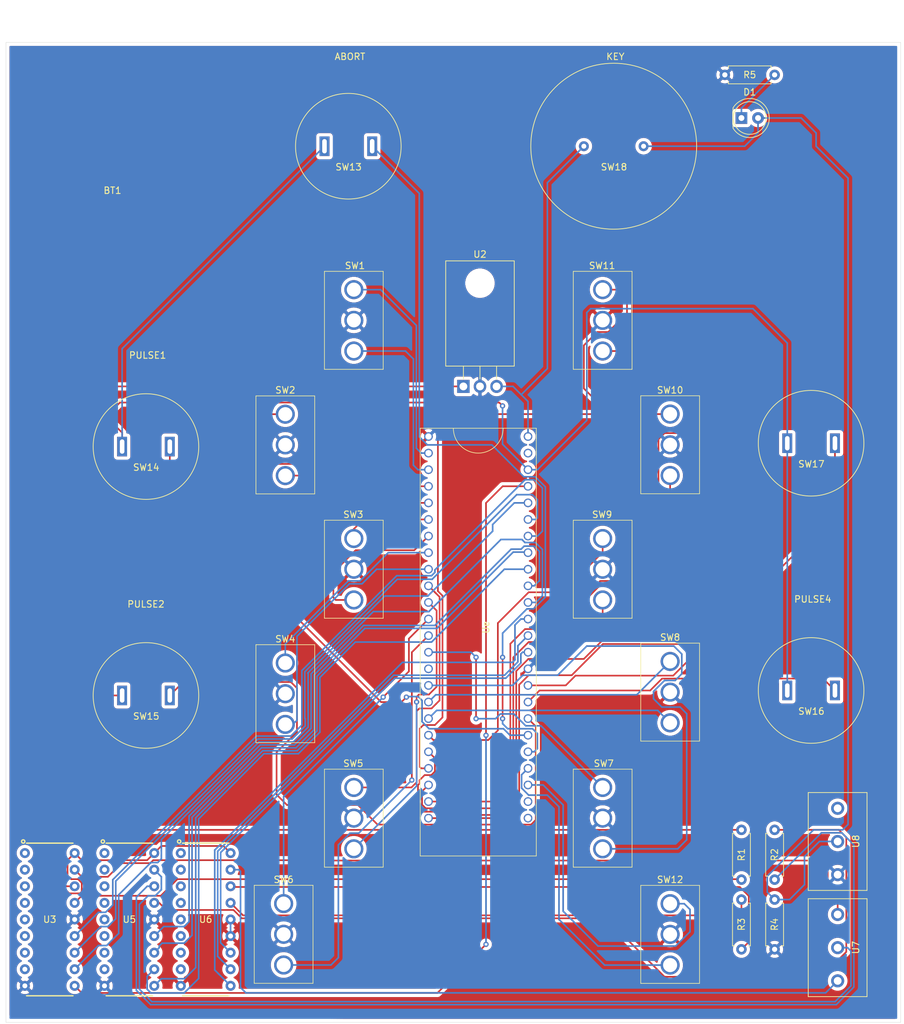
<source format=kicad_pcb>
(kicad_pcb (version 20171130) (host pcbnew "(5.1.10)-1")
  (title_block (date 2020-09-20) (rev Launchbox) (company v01) (comment 4 "Author: Ankit Khandelwal"))
  (layers (0 F.Cu signal) (31 B.Cu signal) (34 B.Paste user) (35 F.Paste user) (36 B.SilkS user) (37 F.SilkS user) (38 B.Mask user) (39 F.Mask user) (44 Edge.Cuts user))
  (net 0 "")
  (net 1 GND)
  (net 2 "Net-(SW1-Pad1)")
  (net 3 "Net-(SW1-Pad3)")
  (net 4 "Net-(SW2-Pad1)")
  (net 5 "Net-(SW2-Pad3)")
  (net 6 "Net-(SW3-Pad3)")
  (net 7 "Net-(SW3-Pad1)")
  (net 8 "Net-(SW4-Pad1)")
  (net 9 "Net-(SW4-Pad3)")
  (net 10 "Net-(SW6-Pad1)")
  (net 11 "Net-(SW6-Pad3)")
  (net 12 "Net-(SW7-Pad3)")
  (net 13 "Net-(SW7-Pad1)")
  (net 14 "Net-(SW8-Pad1)")
  (net 15 "Net-(SW8-Pad3)")
  (net 16 "Net-(SW9-Pad3)")
  (net 17 "Net-(SW9-Pad1)")
  (net 18 "Net-(SW10-Pad3)")
  (net 19 "Net-(SW10-Pad1)")
  (net 20 "Net-(SW11-Pad1)")
  (net 21 "Net-(SW11-Pad3)")
  (net 22 "Net-(SW12-Pad1)")
  (net 23 "Net-(SW12-Pad3)")
  (net 24 "Net-(SW14-Pad2)")
  (net 25 "Net-(SW15-Pad2)")
  (net 26 "Net-(SW16-Pad2)")
  (net 27 "Net-(SW17-Pad2)")
  (net 28 "Net-(U1-Pad13)")
  (net 29 "Net-(U1-Pad14)")
  (net 30 "Net-(U1-Pad15)")
  (net 31 "Net-(U1-Pad16)")
  (net 32 "Net-(U1-Pad17)")
  (net 33 "Net-(U1-Pad18)")
  (net 34 "Net-(U1-Pad19)")
  (net 35 "Net-(U1-Pad20)")
  (net 36 "Net-(U1-Pad21)")
  (net 37 "Net-(U1-Pad22)")
  (net 38 "Net-(U1-Pad23)")
  (net 39 "Net-(SW5-Pad1)")
  (net 40 "Net-(SW5-Pad3)")
  (net 41 "Net-(SW13-Pad2)")
  (net 42 VCC)
  (net 43 "Net-(R1-Pad2)")
  (net 44 "Net-(R1-Pad1)")
  (net 45 "Net-(R2-Pad2)")
  (net 46 "Net-(R2-Pad1)")
  (net 47 "Net-(R3-Pad2)")
  (net 48 "Net-(R3-Pad1)")
  (net 49 "Net-(U3-Pad17)")
  (net 50 "Net-(U5-Pad17)")
  (net 51 "Net-(U6-Pad17)")
  (net 52 "Net-(D1-Pad2)")
  (net 53 "Net-(D1-Pad1)")
  (net 54 3.3V)
  (net 55 "Net-(SW18-Pad1)")
  (module Launchbox:Pushbutton (layer F.Cu) (at 120.65 45.974)
    (fp_text reference SW18 (at 0.04064 3.19024) (layer F.SilkS))
    (fp_text value SW_Push)
    (pad 1 thru_hole circle (at -4.572 0 90) (size 1.524 1.524) (drill 0.762) (layers *.Cu *.Mask) (net 55 "Net-(SW18-Pad1)"))
    (pad 2 thru_hole circle (at 4.572 0 90) (size 1.524 1.524) (drill 0.762) (layers *.Cu *.Mask) (net 52 "Net-(D1-Pad2)"))
  )
  (module Launchbox:Pushbutton (layer F.Cu) (at 150.876 91.44)
    (fp_text reference SW17 (at 0.04064 3.19024) (layer F.SilkS))
    (fp_text value SW_Push)
    (pad 2 thru_hole rect (at 3.65 0 90) (size 3 1.524) (drill oval 2.2 0.7) (layers *.Cu *.Mask) (net 27 "Net-(SW17-Pad2)"))
    (pad 1 thru_hole rect (at -3.65 0 90) (size 3 1.524) (drill oval 2.2 0.7) (layers *.Cu *.Mask) (net 54 3.3V))
  )
  (module Launchbox:Pushbutton (layer F.Cu) (at 49.022 130.048)
    (fp_text reference SW15 (at 0.04064 3.19024) (layer F.SilkS))
    (fp_text value SW_Push)
    (pad 2 thru_hole rect (at 3.65 0 90) (size 3 1.524) (drill oval 2.2 0.7) (layers *.Cu *.Mask) (net 25 "Net-(SW15-Pad2)"))
    (pad 1 thru_hole rect (at -3.65 0 90) (size 3 1.524) (drill oval 2.2 0.7) (layers *.Cu *.Mask) (net 54 3.3V))
  )
  (module Launchbox:Pushbutton (layer F.Cu) (at 150.876 129.286)
    (fp_text reference SW16 (at 0.04064 3.19024) (layer F.SilkS))
    (fp_text value SW_Push)
    (pad 2 thru_hole rect (at 3.65 0 90) (size 3 1.524) (drill oval 2.2 0.7) (layers *.Cu *.Mask) (net 26 "Net-(SW16-Pad2)"))
    (pad 1 thru_hole rect (at -3.65 0 90) (size 3 1.524) (drill oval 2.2 0.7) (layers *.Cu *.Mask) (net 54 3.3V))
  )
  (module Launchbox:Pushbutton (layer F.Cu) (at 80.01 45.974)
    (fp_text reference SW13 (at 0.04064 3.19024) (layer F.SilkS))
    (fp_text value SW_Push)
    (pad 2 thru_hole rect (at 3.65 0 90) (size 3 1.524) (drill oval 2.2 0.7) (layers *.Cu *.Mask) (net 41 "Net-(SW13-Pad2)"))
    (pad 1 thru_hole rect (at -3.65 0 90) (size 3 1.524) (drill oval 2.2 0.7) (layers *.Cu *.Mask) (net 54 3.3V))
  )
  (module Launchbox:Pushbutton (layer F.Cu) (at 49.022 91.948)
    (fp_text reference SW14 (at 0.04064 3.19024) (layer F.SilkS))
    (fp_text value SW_Push)
    (pad 2 thru_hole rect (at 3.65 0 90) (size 3 1.524) (drill oval 2.2 0.7) (layers *.Cu *.Mask) (net 24 "Net-(SW14-Pad2)"))
    (pad 1 thru_hole rect (at -3.65 0 90) (size 3 1.524) (drill oval 2.2 0.7) (layers *.Cu *.Mask) (net 54 3.3V))
  )
  (module "Launchbox:Teensy 3.6" (layer F.Cu) (at 99.905 119.619 90)
    (fp_text reference Ue (at 0 1.187 90) (layer F.SilkS))
    (fp_text value Teensy3.6)
    (pad 40 thru_hole circle (at 29.21 7.62 90) (size 1.3208 1.3208) (drill 0.9398) (layers *.Cu *.Mask) (net 55 "Net-(SW18-Pad1)"))
    (pad 41 thru_hole circle (at 26.67 7.62 90) (size 1.3208 1.3208) (drill 0.9398) (layers *.Cu *.Mask))
    (pad 42 thru_hole circle (at 24.13 7.62 90) (size 1.3208 1.3208) (drill 0.9398) (layers *.Cu *.Mask) (net 54 3.3V))
    (pad 23 thru_hole circle (at 21.59 7.62 90) (size 1.3208 1.3208) (drill 0.9398) (layers *.Cu *.Mask) (net 38 "Net-(U1-Pad23)"))
    (pad 22 thru_hole circle (at 19.05 7.62 90) (size 1.3208 1.3208) (drill 0.9398) (layers *.Cu *.Mask) (net 37 "Net-(U1-Pad22)"))
    (pad 21 thru_hole circle (at 16.51 7.62 90) (size 1.3208 1.3208) (drill 0.9398) (layers *.Cu *.Mask) (net 36 "Net-(U1-Pad21)"))
    (pad 20 thru_hole circle (at 13.97 7.62 90) (size 1.3208 1.3208) (drill 0.9398) (layers *.Cu *.Mask) (net 35 "Net-(U1-Pad20)"))
    (pad 19 thru_hole circle (at 11.43 7.62 90) (size 1.3208 1.3208) (drill 0.9398) (layers *.Cu *.Mask) (net 34 "Net-(U1-Pad19)"))
    (pad 18 thru_hole circle (at 8.89 7.62 90) (size 1.3208 1.3208) (drill 0.9398) (layers *.Cu *.Mask) (net 33 "Net-(U1-Pad18)"))
    (pad 17 thru_hole circle (at 6.35 7.62 90) (size 1.3208 1.3208) (drill 0.9398) (layers *.Cu *.Mask) (net 32 "Net-(U1-Pad17)"))
    (pad 16 thru_hole circle (at 3.81 7.62 90) (size 1.3208 1.3208) (drill 0.9398) (layers *.Cu *.Mask) (net 31 "Net-(U1-Pad16)"))
    (pad 15 thru_hole circle (at 1.27 7.62 90) (size 1.3208 1.3208) (drill 0.9398) (layers *.Cu *.Mask) (net 30 "Net-(U1-Pad15)"))
    (pad 14 thru_hole circle (at -1.27 7.62 90) (size 1.3208 1.3208) (drill 0.9398) (layers *.Cu *.Mask) (net 29 "Net-(U1-Pad14)"))
    (pad 13 thru_hole circle (at -3.81 7.62 90) (size 1.3208 1.3208) (drill 0.9398) (layers *.Cu *.Mask) (net 28 "Net-(U1-Pad13)"))
    (pad 43 thru_hole circle (at -6.35 7.62 90) (size 1.3208 1.3208) (drill 0.9398) (layers *.Cu *.Mask) (net 1 GND))
    (pad 44 thru_hole circle (at -8.89 7.62 90) (size 1.3208 1.3208) (drill 0.9398) (layers *.Cu *.Mask) (net 27 "Net-(SW17-Pad2)"))
    (pad 45 thru_hole circle (at -11.43 7.62 90) (size 1.3208 1.3208) (drill 0.9398) (layers *.Cu *.Mask) (net 26 "Net-(SW16-Pad2)"))
    (pad 39 thru_hole circle (at -13.97 7.62 90) (size 1.3208 1.3208) (drill 0.9398) (layers *.Cu *.Mask) (net 25 "Net-(SW15-Pad2)"))
    (pad 38 thru_hole circle (at -16.51 7.62 90) (size 1.3208 1.3208) (drill 0.9398) (layers *.Cu *.Mask) (net 24 "Net-(SW14-Pad2)"))
    (pad 37 thru_hole circle (at -19.05 7.62 90) (size 1.3208 1.3208) (drill 0.9398) (layers *.Cu *.Mask) (net 41 "Net-(SW13-Pad2)"))
    (pad 36 thru_hole circle (at -21.59 7.62 90) (size 1.3208 1.3208) (drill 0.9398) (layers *.Cu *.Mask) (net 23 "Net-(SW12-Pad3)"))
    (pad 35 thru_hole circle (at -24.13 7.62 90) (size 1.3208 1.3208) (drill 0.9398) (layers *.Cu *.Mask) (net 22 "Net-(SW12-Pad1)"))
    (pad 34 thru_hole circle (at -26.67 7.62 90) (size 1.3208 1.3208) (drill 0.9398) (layers *.Cu *.Mask))
    (pad 33 thru_hole circle (at -29.21 7.62 90) (size 1.3208 1.3208) (drill 0.9398) (layers *.Cu *.Mask))
    (pad 46 thru_hole circle (at 29.21 -7.62 90) (size 1.3208 1.3208) (drill 0.9398) (layers *.Cu *.Mask) (net 1 GND))
    (pad 0 thru_hole circle (at 26.67 -7.62 90) (size 1.3208 1.3208) (drill 0.9398) (layers *.Cu *.Mask) (net 2 "Net-(SW1-Pad1)"))
    (pad 1 thru_hole circle (at 24.13 -7.62 90) (size 1.3208 1.3208) (drill 0.9398) (layers *.Cu *.Mask) (net 3 "Net-(SW1-Pad3)"))
    (pad 2 thru_hole circle (at 21.59 -7.62 90) (size 1.3208 1.3208) (drill 0.9398) (layers *.Cu *.Mask) (net 4 "Net-(SW2-Pad1)"))
    (pad 3 thru_hole circle (at 19.05 -7.62 90) (size 1.3208 1.3208) (drill 0.9398) (layers *.Cu *.Mask) (net 5 "Net-(SW2-Pad3)"))
    (pad 4 thru_hole circle (at 16.51 -7.62 90) (size 1.3208 1.3208) (drill 0.9398) (layers *.Cu *.Mask) (net 7 "Net-(SW3-Pad1)"))
    (pad 5 thru_hole circle (at 13.97 -7.62 90) (size 1.3208 1.3208) (drill 0.9398) (layers *.Cu *.Mask) (net 6 "Net-(SW3-Pad3)"))
    (pad 6 thru_hole circle (at 11.43 -7.62 90) (size 1.3208 1.3208) (drill 0.9398) (layers *.Cu *.Mask) (net 8 "Net-(SW4-Pad1)"))
    (pad 7 thru_hole circle (at 8.89 -7.62 90) (size 1.3208 1.3208) (drill 0.9398) (layers *.Cu *.Mask) (net 9 "Net-(SW4-Pad3)"))
    (pad 8 thru_hole circle (at 6.35 -7.62 90) (size 1.3208 1.3208) (drill 0.9398) (layers *.Cu *.Mask) (net 39 "Net-(SW5-Pad1)"))
    (pad 9 thru_hole circle (at 3.81 -7.62 90) (size 1.3208 1.3208) (drill 0.9398) (layers *.Cu *.Mask) (net 40 "Net-(SW5-Pad3)"))
    (pad 10 thru_hole circle (at 1.27 -7.62 90) (size 1.3208 1.3208) (drill 0.9398) (layers *.Cu *.Mask) (net 10 "Net-(SW6-Pad1)"))
    (pad 11 thru_hole circle (at -1.27 -7.62 90) (size 1.3208 1.3208) (drill 0.9398) (layers *.Cu *.Mask) (net 11 "Net-(SW6-Pad3)"))
    (pad 12 thru_hole circle (at -3.81 -7.62 90) (size 1.3208 1.3208) (drill 0.9398) (layers *.Cu *.Mask) (net 13 "Net-(SW7-Pad1)"))
    (pad 47 thru_hole circle (at -6.35 -7.62 90) (size 1.3208 1.3208) (drill 0.9398) (layers *.Cu *.Mask))
    (pad 24 thru_hole circle (at -8.89 -7.62 90) (size 1.3208 1.3208) (drill 0.9398) (layers *.Cu *.Mask) (net 12 "Net-(SW7-Pad3)"))
    (pad 25 thru_hole circle (at -11.43 -7.62 90) (size 1.3208 1.3208) (drill 0.9398) (layers *.Cu *.Mask) (net 14 "Net-(SW8-Pad1)"))
    (pad 26 thru_hole circle (at -13.97 -7.62 90) (size 1.3208 1.3208) (drill 0.9398) (layers *.Cu *.Mask) (net 15 "Net-(SW8-Pad3)"))
    (pad 27 thru_hole circle (at -16.51 -7.62 90) (size 1.3208 1.3208) (drill 0.9398) (layers *.Cu *.Mask) (net 17 "Net-(SW9-Pad1)"))
    (pad 28 thru_hole circle (at -19.05 -7.62 90) (size 1.3208 1.3208) (drill 0.9398) (layers *.Cu *.Mask) (net 16 "Net-(SW9-Pad3)"))
    (pad 29 thru_hole circle (at -21.59 -7.62 90) (size 1.3208 1.3208) (drill 0.9398) (layers *.Cu *.Mask) (net 19 "Net-(SW10-Pad1)"))
    (pad 30 thru_hole circle (at -24.13 -7.62 90) (size 1.3208 1.3208) (drill 0.9398) (layers *.Cu *.Mask) (net 18 "Net-(SW10-Pad3)"))
    (pad 31 thru_hole circle (at -26.67 -7.62 90) (size 1.3208 1.3208) (drill 0.9398) (layers *.Cu *.Mask) (net 20 "Net-(SW11-Pad1)"))
    (pad 32 thru_hole circle (at -29.21 -7.62 90) (size 1.3208 1.3208) (drill 0.9398) (layers *.Cu *.Mask) (net 21 "Net-(SW11-Pad3)"))
  )
  (module Launchbox:HT12E (layer F.Cu) (at 34.29 164.338 270)
    (fp_text reference U3 (at 0 0 180) (layer F.SilkS))
    (fp_text value HT12E)
    (pad 17 thru_hole circle (at -7.62 -3.81 270) (size 1.524 1.524) (drill 0.762) (layers *.Cu *.Mask) (net 49 "Net-(U3-Pad17)"))
    (pad 12 thru_hole circle (at 5.08 -3.81 270) (size 1.524 1.524) (drill 0.762) (layers *.Cu *.Mask) (net 36 "Net-(U1-Pad21)"))
    (pad 11 thru_hole circle (at 7.62 -3.81 270) (size 1.524 1.524) (drill 0.762) (layers *.Cu *.Mask) (net 37 "Net-(U1-Pad22)"))
    (pad 18 thru_hole circle (at -10.16 -3.81 270) (size 1.524 1.524) (drill 0.762) (layers *.Cu *.Mask) (net 54 3.3V))
    (pad 16 thru_hole circle (at -5.08 -3.81 270) (size 1.524 1.524) (drill 0.762) (layers *.Cu *.Mask) (net 44 "Net-(R1-Pad1)"))
    (pad 13 thru_hole circle (at 2.54 -3.81 270) (size 1.524 1.524) (drill 0.762) (layers *.Cu *.Mask) (net 35 "Net-(U1-Pad20)"))
    (pad 14 thru_hole circle (at 0 -3.81 270) (size 1.524 1.524) (drill 0.762) (layers *.Cu *.Mask) (net 1 GND))
    (pad 15 thru_hole circle (at -2.54 -3.81 270) (size 1.524 1.524) (drill 0.762) (layers *.Cu *.Mask) (net 43 "Net-(R1-Pad2)"))
    (pad 10 thru_hole circle (at 10.16 -3.81 270) (size 1.524 1.524) (drill 0.762) (layers *.Cu *.Mask) (net 38 "Net-(U1-Pad23)"))
    (pad 9 thru_hole circle (at 10.16 3.81 270) (size 1.524 1.524) (drill 0.762) (layers *.Cu *.Mask) (net 1 GND))
    (pad 8 thru_hole circle (at 7.62 3.81 270) (size 1.524 1.524) (drill 0.762) (layers *.Cu *.Mask))
    (pad 7 thru_hole circle (at 5.08 3.81 270) (size 1.524 1.524) (drill 0.762) (layers *.Cu *.Mask))
    (pad 6 thru_hole circle (at 2.54 3.81 270) (size 1.524 1.524) (drill 0.762) (layers *.Cu *.Mask))
    (pad 5 thru_hole circle (at 0 3.81 270) (size 1.524 1.524) (drill 0.762) (layers *.Cu *.Mask))
    (pad 4 thru_hole circle (at -2.54 3.81 270) (size 1.524 1.524) (drill 0.762) (layers *.Cu *.Mask))
    (pad 3 thru_hole circle (at -5.08 3.81 270) (size 1.524 1.524) (drill 0.762) (layers *.Cu *.Mask))
    (pad 2 thru_hole circle (at -7.62 3.81 270) (size 1.524 1.524) (drill 0.762) (layers *.Cu *.Mask))
    (pad 1 thru_hole circle (at -10.16 3.81 270) (size 1.524 1.524) (drill 0.762) (layers *.Cu *.Mask))
  )
  (module Resistor_THT:R_Axial_DIN0207_L6.3mm_D2.5mm_P7.62mm_Horizontal (layer F.Cu) (at 137.668 35.052)
    (fp_text reference R5 (at 3.81 0) (layer F.SilkS))
    (fp_text value R_US)
    (pad 2 thru_hole oval (at 7.62 0) (size 1.6 1.6) (drill 0.8) (layers *.Cu *.Mask) (net 53 "Net-(D1-Pad1)"))
    (pad 1 thru_hole circle (at 0 0) (size 1.6 1.6) (drill 0.8) (layers *.Cu *.Mask) (net 1 GND))
  )
  (module LED_THT:LED_D5.0mm (layer F.Cu) (at 140.208 41.656)
    (fp_text reference D1 (at 1.27 -3.96) (layer F.SilkS))
    (fp_text value LED)
    (pad 2 thru_hole circle (at 2.54 0) (size 1.8 1.8) (drill 0.9) (layers *.Cu *.Mask) (net 52 "Net-(D1-Pad2)"))
    (pad 1 thru_hole rect (at 0 0) (size 1.8 1.8) (drill 0.9) (layers *.Cu *.Mask) (net 53 "Net-(D1-Pad1)"))
  )
  (module Launchbox:SPDT_Slide_Switch (layer F.Cu) (at 129.286 129.54 270)
    (fp_text reference SW8 (at -8.382 0 180) (layer F.SilkS))
    (fp_text value SW_SPDT_MSM)
    (pad 3 thru_hole circle (at 4.699 0 270) (size 2.921 2.921) (drill 2.159) (layers *.Cu *.Mask) (net 15 "Net-(SW8-Pad3)"))
    (pad 2 thru_hole circle (at 0 0 270) (size 2.921 2.921) (drill 2.159) (layers *.Cu *.Mask) (net 1 GND))
    (pad 1 thru_hole circle (at -4.699 0 270) (size 2.921 2.921) (drill 2.159) (layers *.Cu *.Mask) (net 14 "Net-(SW8-Pad1)"))
  )
  (module Launchbox:HT12E (layer F.Cu) (at 58.166 164.338 270)
    (fp_text reference U6 (at 0 0 180) (layer F.SilkS))
    (fp_text value HT12E)
    (pad 17 thru_hole circle (at -7.62 -3.81 270) (size 1.524 1.524) (drill 0.762) (layers *.Cu *.Mask) (net 51 "Net-(U6-Pad17)"))
    (pad 12 thru_hole circle (at 5.08 -3.81 270) (size 1.524 1.524) (drill 0.762) (layers *.Cu *.Mask) (net 28 "Net-(U1-Pad13)"))
    (pad 11 thru_hole circle (at 7.62 -3.81 270) (size 1.524 1.524) (drill 0.762) (layers *.Cu *.Mask) (net 29 "Net-(U1-Pad14)"))
    (pad 18 thru_hole circle (at -10.16 -3.81 270) (size 1.524 1.524) (drill 0.762) (layers *.Cu *.Mask) (net 54 3.3V))
    (pad 16 thru_hole circle (at -5.08 -3.81 270) (size 1.524 1.524) (drill 0.762) (layers *.Cu *.Mask) (net 48 "Net-(R3-Pad1)"))
    (pad 13 thru_hole circle (at 2.54 -3.81 270) (size 1.524 1.524) (drill 0.762) (layers *.Cu *.Mask) (net 1 GND))
    (pad 14 thru_hole circle (at 0 -3.81 270) (size 1.524 1.524) (drill 0.762) (layers *.Cu *.Mask) (net 1 GND))
    (pad 15 thru_hole circle (at -2.54 -3.81 270) (size 1.524 1.524) (drill 0.762) (layers *.Cu *.Mask) (net 47 "Net-(R3-Pad2)"))
    (pad 10 thru_hole circle (at 10.16 -3.81 270) (size 1.524 1.524) (drill 0.762) (layers *.Cu *.Mask) (net 30 "Net-(U1-Pad15)"))
    (pad 9 thru_hole circle (at 10.16 3.81 270) (size 1.524 1.524) (drill 0.762) (layers *.Cu *.Mask) (net 1 GND))
    (pad 8 thru_hole circle (at 7.62 3.81 270) (size 1.524 1.524) (drill 0.762) (layers *.Cu *.Mask))
    (pad 7 thru_hole circle (at 5.08 3.81 270) (size 1.524 1.524) (drill 0.762) (layers *.Cu *.Mask))
    (pad 6 thru_hole circle (at 2.54 3.81 270) (size 1.524 1.524) (drill 0.762) (layers *.Cu *.Mask))
    (pad 5 thru_hole circle (at 0 3.81 270) (size 1.524 1.524) (drill 0.762) (layers *.Cu *.Mask))
    (pad 4 thru_hole circle (at -2.54 3.81 270) (size 1.524 1.524) (drill 0.762) (layers *.Cu *.Mask))
    (pad 3 thru_hole circle (at -5.08 3.81 270) (size 1.524 1.524) (drill 0.762) (layers *.Cu *.Mask))
    (pad 2 thru_hole circle (at -7.62 3.81 270) (size 1.524 1.524) (drill 0.762) (layers *.Cu *.Mask))
    (pad 1 thru_hole circle (at -10.16 3.81 270) (size 1.524 1.524) (drill 0.762) (layers *.Cu *.Mask))
  )
  (module Launchbox:SPDT_Slide_Switch (layer F.Cu) (at 118.955 110.729 270)
    (fp_text reference SW9 (at -8.367 0.083 180) (layer F.SilkS))
    (fp_text value SW_SPDT_MSM)
    (pad 3 thru_hole circle (at 4.699 0 270) (size 2.921 2.921) (drill 2.159) (layers *.Cu *.Mask) (net 16 "Net-(SW9-Pad3)"))
    (pad 2 thru_hole circle (at 0 0 270) (size 2.921 2.921) (drill 2.159) (layers *.Cu *.Mask) (net 1 GND))
    (pad 1 thru_hole circle (at -4.699 0 270) (size 2.921 2.921) (drill 2.159) (layers *.Cu *.Mask) (net 17 "Net-(SW9-Pad1)"))
  )
  (module Launchbox:SPDT_Slide_Switch (layer F.Cu) (at 118.955 148.829 270)
    (fp_text reference SW7 (at -8.367 -0.171 180) (layer F.SilkS))
    (fp_text value SW_SPDT_MSM)
    (pad 3 thru_hole circle (at 4.699 0 270) (size 2.921 2.921) (drill 2.159) (layers *.Cu *.Mask) (net 12 "Net-(SW7-Pad3)"))
    (pad 2 thru_hole circle (at 0 0 270) (size 2.921 2.921) (drill 2.159) (layers *.Cu *.Mask) (net 1 GND))
    (pad 1 thru_hole circle (at -4.699 0 270) (size 2.921 2.921) (drill 2.159) (layers *.Cu *.Mask) (net 13 "Net-(SW7-Pad1)"))
  )
  (module Launchbox:ScrewTerminals (layer F.Cu) (at 154.94 152.4 90)
    (fp_text reference U8 (at 0.02 2.794 90) (layer F.SilkS))
    (fp_text value SerialScrewTerminals)
    (pad 3 thru_hole circle (at 5.08 0 90) (size 2 2) (drill 1.2) (layers *.Cu *.Mask))
    (pad 2 thru_hole circle (at 0 0 90) (size 2 2) (drill 1.2) (layers *.Cu *.Mask) (net 52 "Net-(D1-Pad2)"))
    (pad 1 thru_hole circle (at -5.08 0 90) (size 2 2) (drill 1.2) (layers *.Cu *.Mask) (net 1 GND))
  )
  (module Launchbox:SPDT_Slide_Switch (layer F.Cu) (at 80.855 110.729 270)
    (fp_text reference SW3 (at -8.367 0.083 180) (layer F.SilkS))
    (fp_text value SW_SPDT_MSM)
    (pad 3 thru_hole circle (at 4.699 0 270) (size 2.921 2.921) (drill 2.159) (layers *.Cu *.Mask) (net 6 "Net-(SW3-Pad3)"))
    (pad 2 thru_hole circle (at 0 0 270) (size 2.921 2.921) (drill 2.159) (layers *.Cu *.Mask) (net 1 GND))
    (pad 1 thru_hole circle (at -4.699 0 270) (size 2.921 2.921) (drill 2.159) (layers *.Cu *.Mask) (net 7 "Net-(SW3-Pad1)"))
  )
  (module Launchbox:SPDT_Slide_Switch (layer F.Cu) (at 80.855 148.829 270)
    (fp_text reference SW5 (at -8.367 0.083 180) (layer F.SilkS))
    (fp_text value SW_SPDT_MSM)
    (pad 3 thru_hole circle (at 4.699 0 270) (size 2.921 2.921) (drill 2.159) (layers *.Cu *.Mask) (net 40 "Net-(SW5-Pad3)"))
    (pad 2 thru_hole circle (at 0 0 270) (size 2.921 2.921) (drill 2.159) (layers *.Cu *.Mask) (net 1 GND))
    (pad 1 thru_hole circle (at -4.699 0 270) (size 2.921 2.921) (drill 2.159) (layers *.Cu *.Mask) (net 39 "Net-(SW5-Pad1)"))
  )
  (module Launchbox:ScrewTerminals (layer F.Cu) (at 154.94 168.656 90)
    (fp_text reference U7 (at 0.02 2.794 90) (layer F.SilkS))
    (fp_text value SerialScrewTerminals)
    (pad 3 thru_hole circle (at 5.08 0 90) (size 2 2) (drill 1.2) (layers *.Cu *.Mask) (net 49 "Net-(U3-Pad17)"))
    (pad 2 thru_hole circle (at 0 0 90) (size 2 2) (drill 1.2) (layers *.Cu *.Mask) (net 50 "Net-(U5-Pad17)"))
    (pad 1 thru_hole circle (at -5.08 0 90) (size 2 2) (drill 1.2) (layers *.Cu *.Mask) (net 51 "Net-(U6-Pad17)"))
  )
  (module Launchbox:SPDT_Slide_Switch (layer F.Cu) (at 70.358 91.694 270)
    (fp_text reference SW2 (at -8.382 0 180) (layer F.SilkS))
    (fp_text value SW_SPDT_MSM)
    (pad 3 thru_hole circle (at 4.699 0 270) (size 2.921 2.921) (drill 2.159) (layers *.Cu *.Mask) (net 5 "Net-(SW2-Pad3)"))
    (pad 2 thru_hole circle (at 0 0 270) (size 2.921 2.921) (drill 2.159) (layers *.Cu *.Mask) (net 1 GND))
    (pad 1 thru_hole circle (at -4.699 0 270) (size 2.921 2.921) (drill 2.159) (layers *.Cu *.Mask) (net 4 "Net-(SW2-Pad1)"))
  )
  (module Launchbox:SPDT_Slide_Switch (layer F.Cu) (at 129.286 91.679 270)
    (fp_text reference SW10 (at -8.367 0 180) (layer F.SilkS))
    (fp_text value SW_SPDT_MSM)
    (pad 3 thru_hole circle (at 4.699 0 270) (size 2.921 2.921) (drill 2.159) (layers *.Cu *.Mask) (net 18 "Net-(SW10-Pad3)"))
    (pad 2 thru_hole circle (at 0 0 270) (size 2.921 2.921) (drill 2.159) (layers *.Cu *.Mask) (net 1 GND))
    (pad 1 thru_hole circle (at -4.699 0 270) (size 2.921 2.921) (drill 2.159) (layers *.Cu *.Mask) (net 19 "Net-(SW10-Pad1)"))
  )
  (module Launchbox:SPDT_Slide_Switch (layer F.Cu) (at 70.358 129.779 270)
    (fp_text reference SW4 (at -8.367 0 180) (layer F.SilkS))
    (fp_text value SW_SPDT_MSM)
    (pad 3 thru_hole circle (at 4.699 0 270) (size 2.921 2.921) (drill 2.159) (layers *.Cu *.Mask) (net 9 "Net-(SW4-Pad3)"))
    (pad 2 thru_hole circle (at 0 0 270) (size 2.921 2.921) (drill 2.159) (layers *.Cu *.Mask) (net 1 GND))
    (pad 1 thru_hole circle (at -4.699 0 270) (size 2.921 2.921) (drill 2.159) (layers *.Cu *.Mask) (net 8 "Net-(SW4-Pad1)"))
  )
  (module Launchbox:SPDT_Slide_Switch (layer F.Cu) (at 129.286 166.624 270)
    (fp_text reference SW12 (at -8.382 0 180) (layer F.SilkS))
    (fp_text value SW_SPDT_MSM)
    (pad 3 thru_hole circle (at 4.699 0 270) (size 2.921 2.921) (drill 2.159) (layers *.Cu *.Mask) (net 23 "Net-(SW12-Pad3)"))
    (pad 2 thru_hole circle (at 0 0 270) (size 2.921 2.921) (drill 2.159) (layers *.Cu *.Mask) (net 1 GND))
    (pad 1 thru_hole circle (at -4.699 0 270) (size 2.921 2.921) (drill 2.159) (layers *.Cu *.Mask) (net 22 "Net-(SW12-Pad1)"))
  )
  (module Resistor_THT:R_Axial_DIN0207_L6.3mm_D2.5mm_P7.62mm_Horizontal (layer F.Cu) (at 145.288 158.242 90)
    (fp_text reference R2 (at 3.81 0 90) (layer F.SilkS))
    (fp_text value R_US)
    (pad 2 thru_hole oval (at 7.62 0 90) (size 1.6 1.6) (drill 0.8) (layers *.Cu *.Mask) (net 45 "Net-(R2-Pad2)"))
    (pad 1 thru_hole circle (at 0 0 90) (size 1.6 1.6) (drill 0.8) (layers *.Cu *.Mask) (net 46 "Net-(R2-Pad1)"))
  )
  (module Package_TO_SOT_THT:TO-220F-3_Horizontal_TabDown (layer F.Cu) (at 97.63 82.744)
    (fp_text reference U2 (at 2.54 -20.22) (layer F.SilkS))
    (fp_text value L7805)
    (pad "" np_thru_hole oval (at 2.54 -15.8) (size 3.5 3.5) (drill 3.5) (layers *.Cu *.Mask))
    (pad 1 thru_hole rect (at 0 0) (size 1.905 2) (drill 1.2) (layers *.Cu *.Mask) (net 42 VCC))
    (pad 2 thru_hole oval (at 2.54 0) (size 1.905 2) (drill 1.2) (layers *.Cu *.Mask) (net 1 GND))
    (pad 3 thru_hole oval (at 5.08 0) (size 1.905 2) (drill 1.2) (layers *.Cu *.Mask) (net 55 "Net-(SW18-Pad1)"))
  )
  (module Launchbox:SPDT_Slide_Switch (layer F.Cu) (at 80.855 72.629 270)
    (fp_text reference SW1 (at -8.367 -0.171 180) (layer F.SilkS))
    (fp_text value SW_SPDT_MSM)
    (pad 3 thru_hole circle (at 4.699 0 270) (size 2.921 2.921) (drill 2.159) (layers *.Cu *.Mask) (net 3 "Net-(SW1-Pad3)"))
    (pad 2 thru_hole circle (at 0 0 270) (size 2.921 2.921) (drill 2.159) (layers *.Cu *.Mask) (net 1 GND))
    (pad 1 thru_hole circle (at -4.699 0 270) (size 2.921 2.921) (drill 2.159) (layers *.Cu *.Mask) (net 2 "Net-(SW1-Pad1)"))
  )
  (module Resistor_THT:R_Axial_DIN0207_L6.3mm_D2.5mm_P7.62mm_Horizontal (layer F.Cu) (at 145.288 168.91 90)
    (fp_text reference R4 (at 3.81 0 90) (layer F.SilkS))
    (fp_text value R_US)
    (pad 2 thru_hole oval (at 7.62 0 90) (size 1.6 1.6) (drill 0.8) (layers *.Cu *.Mask) (net 52 "Net-(D1-Pad2)"))
    (pad 1 thru_hole circle (at 0 0 90) (size 1.6 1.6) (drill 0.8) (layers *.Cu *.Mask) (net 1 GND))
  )
  (module Launchbox:HT12E (layer F.Cu) (at 46.482 164.338 270)
    (fp_text reference U5 (at 0 0 180) (layer F.SilkS))
    (fp_text value HT12E)
    (pad 17 thru_hole circle (at -7.62 -3.81 270) (size 1.524 1.524) (drill 0.762) (layers *.Cu *.Mask) (net 50 "Net-(U5-Pad17)"))
    (pad 12 thru_hole circle (at 5.08 -3.81 270) (size 1.524 1.524) (drill 0.762) (layers *.Cu *.Mask) (net 32 "Net-(U1-Pad17)"))
    (pad 11 thru_hole circle (at 7.62 -3.81 270) (size 1.524 1.524) (drill 0.762) (layers *.Cu *.Mask) (net 33 "Net-(U1-Pad18)"))
    (pad 18 thru_hole circle (at -10.16 -3.81 270) (size 1.524 1.524) (drill 0.762) (layers *.Cu *.Mask) (net 54 3.3V))
    (pad 16 thru_hole circle (at -5.08 -3.81 270) (size 1.524 1.524) (drill 0.762) (layers *.Cu *.Mask) (net 46 "Net-(R2-Pad1)"))
    (pad 13 thru_hole circle (at 2.54 -3.81 270) (size 1.524 1.524) (drill 0.762) (layers *.Cu *.Mask) (net 31 "Net-(U1-Pad16)"))
    (pad 14 thru_hole circle (at 0 -3.81 270) (size 1.524 1.524) (drill 0.762) (layers *.Cu *.Mask) (net 1 GND))
    (pad 15 thru_hole circle (at -2.54 -3.81 270) (size 1.524 1.524) (drill 0.762) (layers *.Cu *.Mask) (net 45 "Net-(R2-Pad2)"))
    (pad 10 thru_hole circle (at 10.16 -3.81 270) (size 1.524 1.524) (drill 0.762) (layers *.Cu *.Mask) (net 34 "Net-(U1-Pad19)"))
    (pad 9 thru_hole circle (at 10.16 3.81 270) (size 1.524 1.524) (drill 0.762) (layers *.Cu *.Mask) (net 1 GND))
    (pad 8 thru_hole circle (at 7.62 3.81 270) (size 1.524 1.524) (drill 0.762) (layers *.Cu *.Mask))
    (pad 7 thru_hole circle (at 5.08 3.81 270) (size 1.524 1.524) (drill 0.762) (layers *.Cu *.Mask))
    (pad 6 thru_hole circle (at 2.54 3.81 270) (size 1.524 1.524) (drill 0.762) (layers *.Cu *.Mask))
    (pad 5 thru_hole circle (at 0 3.81 270) (size 1.524 1.524) (drill 0.762) (layers *.Cu *.Mask))
    (pad 4 thru_hole circle (at -2.54 3.81 270) (size 1.524 1.524) (drill 0.762) (layers *.Cu *.Mask))
    (pad 3 thru_hole circle (at -5.08 3.81 270) (size 1.524 1.524) (drill 0.762) (layers *.Cu *.Mask))
    (pad 2 thru_hole circle (at -7.62 3.81 270) (size 1.524 1.524) (drill 0.762) (layers *.Cu *.Mask))
    (pad 1 thru_hole circle (at -10.16 3.81 270) (size 1.524 1.524) (drill 0.762) (layers *.Cu *.Mask))
  )
  (module Launchbox:Lipo_Battery_Connector (layer F.Cu) (at 43.688 45.974)
    (fp_text reference BT1 (at 0.21 6.78) (layer F.SilkS))
    (fp_text value Battery_Cell)
    (pad 2 smd rect (at 7.62 0) (size 9.525 9.525) (layers F.Cu F.Paste F.Mask) (net 1 GND))
    (pad 1 smd rect (at -7.62 0) (size 9.525 9.525) (layers F.Cu F.Paste F.Mask) (net 42 VCC))
  )
  (module Launchbox:SPDT_Slide_Switch (layer F.Cu) (at 70.104 166.609 270)
    (fp_text reference SW6 (at -8.367 0 180) (layer F.SilkS))
    (fp_text value SW_SPDT_MSM)
    (pad 3 thru_hole circle (at 4.699 0 270) (size 2.921 2.921) (drill 2.159) (layers *.Cu *.Mask) (net 11 "Net-(SW6-Pad3)"))
    (pad 2 thru_hole circle (at 0 0 270) (size 2.921 2.921) (drill 2.159) (layers *.Cu *.Mask) (net 1 GND))
    (pad 1 thru_hole circle (at -4.699 0 270) (size 2.921 2.921) (drill 2.159) (layers *.Cu *.Mask) (net 10 "Net-(SW6-Pad1)"))
  )
  (module Resistor_THT:R_Axial_DIN0207_L6.3mm_D2.5mm_P7.62mm_Horizontal (layer F.Cu) (at 140.208 150.622 270)
    (fp_text reference R1 (at 3.81 0 90) (layer F.SilkS))
    (fp_text value R_US)
    (pad 2 thru_hole oval (at 7.62 0 270) (size 1.6 1.6) (drill 0.8) (layers *.Cu *.Mask) (net 43 "Net-(R1-Pad2)"))
    (pad 1 thru_hole circle (at 0 0 270) (size 1.6 1.6) (drill 0.8) (layers *.Cu *.Mask) (net 44 "Net-(R1-Pad1)"))
  )
  (module Launchbox:SPDT_Slide_Switch (layer F.Cu) (at 118.955 72.629 270)
    (fp_text reference SW11 (at -8.367 0.083 180) (layer F.SilkS))
    (fp_text value SW_SPDT_MSM)
    (pad 3 thru_hole circle (at 4.699 0 270) (size 2.921 2.921) (drill 2.159) (layers *.Cu *.Mask) (net 21 "Net-(SW11-Pad3)"))
    (pad 2 thru_hole circle (at 0 0 270) (size 2.921 2.921) (drill 2.159) (layers *.Cu *.Mask) (net 1 GND))
    (pad 1 thru_hole circle (at -4.699 0 270) (size 2.921 2.921) (drill 2.159) (layers *.Cu *.Mask) (net 20 "Net-(SW11-Pad1)"))
  )
  (module Resistor_THT:R_Axial_DIN0207_L6.3mm_D2.5mm_P7.62mm_Horizontal (layer F.Cu) (at 140.208 168.91 90)
    (fp_text reference R3 (at 3.81 0 90) (layer F.SilkS))
    (fp_text value R_US)
    (pad 2 thru_hole oval (at 7.62 0 90) (size 1.6 1.6) (drill 0.8) (layers *.Cu *.Mask) (net 47 "Net-(R3-Pad2)"))
    (pad 1 thru_hole circle (at 0 0 90) (size 1.6 1.6) (drill 0.8) (layers *.Cu *.Mask) (net 48 "Net-(R3-Pad1)"))
  )
  (gr_line (start 164.592 30.086) (end 164.592 180.086) (layer Edge.Cuts) (width 0.05))
  (gr_line (start 27.592 30.086) (end 164.592 30.086) (layer Edge.Cuts) (width 0.05))
  (gr_line (start 27.592 180.086) (end 27.592 30.086) (layer Edge.Cuts) (width 0.05))
  (gr_line (start 164.592 180.086) (end 27.592 180.086) (layer Edge.Cuts) (width 0.05))
  (gr_text KEY (at 120.904 32.258) (layer F.SilkS) (effects (font (size 1 1))))
  (gr_text PULSE1 (at 49.276 77.978) (layer F.SilkS) (effects (font (size 1 1))))
  (gr_text ABORT (at 80.264 32.258) (layer F.SilkS) (effects (font (size 1 1))))
  (gr_text PULSE2 (at 49.022 116.078) (layer F.SilkS) (effects (font (size 1 1))))
  (gr_text PULSE4 (at 151.13 115.316) (layer F.SilkS) (effects (font (size 1 1))))
  (segment (start 61.976 164.338) (end 61.976 166.878) (width 0.25) (layer B.Cu) (net 1))
  (segment (start 119.956 147.828) (end 118.955 148.829) (width 0.25) (layer B.Cu) (net 1))
  (segment (start 54.356 174.498) (end 61.976 166.878) (width 0.25) (layer F.Cu) (net 1))
  (segment (start 80.855 67.93) (end 84.948 67.93) (width 0.25) (layer B.Cu) (net 2))
  (segment (start 84.948 67.93) (end 90.424 73.406) (width 0.25) (layer B.Cu) (net 2))
  (segment (start 90.424 73.406) (end 90.424 92.202) (width 0.25) (layer B.Cu) (net 2))
  (segment (start 91.171 92.949) (end 92.285 92.949) (width 0.25) (layer B.Cu) (net 2))
  (segment (start 90.424 92.202) (end 91.171 92.949) (width 0.25) (layer B.Cu) (net 2))
  (segment (start 80.855 77.328) (end 88.758 77.328) (width 0.25) (layer B.Cu) (net 3))
  (segment (start 88.758 77.328) (end 89.97399 78.54399) (width 0.25) (layer B.Cu) (net 3))
  (segment (start 89.97399 78.54399) (end 89.97399 94.79999) (width 0.25) (layer B.Cu) (net 3))
  (segment (start 90.663 95.489) (end 92.285 95.489) (width 0.25) (layer B.Cu) (net 3))
  (segment (start 89.97399 94.79999) (end 90.663 95.489) (width 0.25) (layer B.Cu) (net 3))
  (segment (start 70.358 86.995) (end 68.199 86.995) (width 0.25) (layer F.Cu) (net 4))
  (segment (start 68.199 86.995) (end 67.564 87.63) (width 0.25) (layer F.Cu) (net 4))
  (segment (start 67.564 87.63) (end 67.564 92.964) (width 0.25) (layer F.Cu) (net 4))
  (segment (start 69.207499 94.607499) (end 87.495499 94.607499) (width 0.25) (layer F.Cu) (net 4))
  (segment (start 67.564 92.964) (end 69.207499 94.607499) (width 0.25) (layer F.Cu) (net 4))
  (segment (start 90.917 98.029) (end 92.285 98.029) (width 0.25) (layer F.Cu) (net 4))
  (segment (start 87.495499 94.607499) (end 90.917 98.029) (width 0.25) (layer F.Cu) (net 4))
  (segment (start 70.358 96.393) (end 85.979 96.393) (width 0.25) (layer F.Cu) (net 5))
  (segment (start 90.155 100.569) (end 92.285 100.569) (width 0.25) (layer F.Cu) (net 5))
  (segment (start 85.979 96.393) (end 90.155 100.569) (width 0.25) (layer F.Cu) (net 5))
  (segment (start 81.125957 107.815501) (end 77.724 111.217458) (width 0.25) (layer F.Cu) (net 6))
  (segment (start 77.724 115.062) (end 78.09 115.428) (width 0.25) (layer F.Cu) (net 6))
  (segment (start 78.09 115.428) (end 80.855 115.428) (width 0.25) (layer F.Cu) (net 6))
  (segment (start 77.724 111.217458) (end 77.724 115.062) (width 0.25) (layer F.Cu) (net 6))
  (segment (start 92.285 105.649) (end 90.118499 107.815501) (width 0.25) (layer F.Cu) (net 6))
  (segment (start 90.118499 107.815501) (end 81.125957 107.815501) (width 0.25) (layer F.Cu) (net 6))
  (segment (start 80.855 106.03) (end 80.855 104.565) (width 0.25) (layer F.Cu) (net 7))
  (segment (start 82.311 103.109) (end 92.285 103.109) (width 0.25) (layer F.Cu) (net 7))
  (segment (start 80.855 104.565) (end 82.311 103.109) (width 0.25) (layer F.Cu) (net 7))
  (segment (start 79.997959 112.514501) (end 81.795499 112.514501) (width 0.25) (layer B.Cu) (net 8))
  (segment (start 70.358 122.15446) (end 79.997959 112.514501) (width 0.25) (layer B.Cu) (net 8))
  (segment (start 70.358 125.08) (end 70.358 122.15446) (width 0.25) (layer B.Cu) (net 8))
  (segment (start 86.121 108.189) (end 92.285 108.189) (width 0.25) (layer B.Cu) (net 8))
  (segment (start 81.795499 112.514501) (end 86.121 108.189) (width 0.25) (layer B.Cu) (net 8))
  (segment (start 70.358 134.478) (end 71.516 134.478) (width 0.25) (layer B.Cu) (net 9))
  (segment (start 72.143501 133.850499) (end 72.143501 121.005369) (width 0.25) (layer B.Cu) (net 9))
  (segment (start 71.516 134.478) (end 72.143501 133.850499) (width 0.25) (layer B.Cu) (net 9))
  (segment (start 80.184359 112.964511) (end 82.107489 112.964511) (width 0.25) (layer B.Cu) (net 9))
  (segment (start 72.143501 121.005369) (end 80.184359 112.964511) (width 0.25) (layer B.Cu) (net 9))
  (segment (start 84.343 110.729) (end 92.285 110.729) (width 0.25) (layer B.Cu) (net 9))
  (segment (start 82.107489 112.964511) (end 84.343 110.729) (width 0.25) (layer B.Cu) (net 9))
  (via (at 85.344 130.302) (size 0.8) (drill 0.4) (layers F.Cu B.Cu) (net 10))
  (segment (start 70.104 145.542) (end 85.344 130.302) (width 0.25) (layer B.Cu) (net 10))
  (segment (start 70.104 161.91) (end 70.104 145.542) (width 0.25) (layer B.Cu) (net 10))
  (segment (start 85.344 130.302) (end 89.28599 126.36001) (width 0.25) (layer F.Cu) (net 10))
  (segment (start 89.28599 121.34801) (end 92.285 118.349) (width 0.25) (layer F.Cu) (net 10))
  (segment (start 89.28599 126.36001) (end 89.28599 121.34801) (width 0.25) (layer F.Cu) (net 10))
  (via (at 89.736 142.997347) (size 0.8) (drill 0.4) (layers F.Cu B.Cu) (net 11))
  (segment (start 89.736 123.438) (end 89.736 142.997347) (width 0.25) (layer F.Cu) (net 11))
  (segment (start 92.285 120.889) (end 89.736 123.438) (width 0.25) (layer F.Cu) (net 11))
  (segment (start 89.736 142.997347) (end 81.603347 151.13) (width 0.25) (layer B.Cu) (net 11))
  (segment (start 81.603347 151.13) (end 80.264 151.13) (width 0.25) (layer B.Cu) (net 11))
  (segment (start 80.264 151.13) (end 78.486 152.908) (width 0.25) (layer B.Cu) (net 11))
  (segment (start 78.486 152.908) (end 78.486 170.18) (width 0.25) (layer B.Cu) (net 11))
  (segment (start 77.358 171.308) (end 70.104 171.308) (width 0.25) (layer B.Cu) (net 11))
  (segment (start 78.486 170.18) (end 77.358 171.308) (width 0.25) (layer B.Cu) (net 11))
  (segment (start 130.444 153.528) (end 118.955 153.528) (width 0.25) (layer B.Cu) (net 12))
  (segment (start 131.826 152.146) (end 130.444 153.528) (width 0.25) (layer B.Cu) (net 12))
  (segment (start 130.81 131.826) (end 131.826 132.842) (width 0.25) (layer B.Cu) (net 12))
  (segment (start 92.285 128.509) (end 105.171 128.509) (width 0.25) (layer B.Cu) (net 12))
  (segment (start 105.171 128.509) (end 106.725599 126.954401) (width 0.25) (layer B.Cu) (net 12))
  (segment (start 106.725599 126.954401) (end 112.059599 126.954401) (width 0.25) (layer B.Cu) (net 12))
  (segment (start 130.055501 127.754499) (end 128.428959 127.754499) (width 0.25) (layer B.Cu) (net 12))
  (segment (start 112.059599 126.954401) (end 116.524491 122.489509) (width 0.25) (layer B.Cu) (net 12))
  (segment (start 126.746 129.437458) (end 126.746 130.556) (width 0.25) (layer B.Cu) (net 12))
  (segment (start 116.524491 122.489509) (end 129.855509 122.489509) (width 0.25) (layer B.Cu) (net 12))
  (segment (start 129.855509 122.489509) (end 131.071501 123.705501) (width 0.25) (layer B.Cu) (net 12))
  (segment (start 131.826 132.842) (end 131.826 152.146) (width 0.25) (layer B.Cu) (net 12))
  (segment (start 131.071501 123.705501) (end 131.071501 126.738499) (width 0.25) (layer B.Cu) (net 12))
  (segment (start 131.071501 126.738499) (end 130.055501 127.754499) (width 0.25) (layer B.Cu) (net 12))
  (segment (start 128.428959 127.754499) (end 126.746 129.437458) (width 0.25) (layer B.Cu) (net 12))
  (segment (start 126.746 130.556) (end 128.016 131.826) (width 0.25) (layer B.Cu) (net 12))
  (segment (start 128.016 131.826) (end 130.81 131.826) (width 0.25) (layer B.Cu) (net 12))
  (via (at 99.568 133.604) (size 0.8) (drill 0.4) (layers F.Cu B.Cu) (net 13))
  (via (at 99.568 124.206) (size 0.8) (drill 0.4) (layers F.Cu B.Cu) (net 13))
  (segment (start 99.568 133.604) (end 99.568 124.206) (width 0.25) (layer F.Cu) (net 13))
  (segment (start 98.791 123.429) (end 99.568 124.206) (width 0.25) (layer B.Cu) (net 13))
  (segment (start 92.285 123.429) (end 98.791 123.429) (width 0.25) (layer B.Cu) (net 13))
  (segment (start 99.568 133.604) (end 102.558998 133.604) (width 0.25) (layer B.Cu) (net 13))
  (segment (start 109.518589 134.693589) (end 118.955 144.13) (width 0.25) (layer B.Cu) (net 13))
  (segment (start 107.171195 134.693589) (end 109.518589 134.693589) (width 0.25) (layer B.Cu) (net 13))
  (segment (start 105.356605 132.878999) (end 107.171195 134.693589) (width 0.25) (layer B.Cu) (net 13))
  (segment (start 103.283999 132.878999) (end 105.356605 132.878999) (width 0.25) (layer B.Cu) (net 13))
  (segment (start 102.558998 133.604) (end 103.283999 132.878999) (width 0.25) (layer B.Cu) (net 13))
  (segment (start 93.38959 129.94441) (end 92.285 131.049) (width 0.25) (layer B.Cu) (net 14))
  (segment (start 124.18259 129.94441) (end 93.38959 129.94441) (width 0.25) (layer B.Cu) (net 14))
  (segment (start 129.286 124.841) (end 124.18259 129.94441) (width 0.25) (layer B.Cu) (net 14))
  (segment (start 129.286 134.239) (end 128.950599 134.574401) (width 0.25) (layer F.Cu) (net 15))
  (segment (start 92.285 133.589) (end 93.54 132.334) (width 0.25) (layer B.Cu) (net 15))
  (segment (start 127.381 132.334) (end 129.286 134.239) (width 0.25) (layer B.Cu) (net 15))
  (segment (start 93.54 132.334) (end 127.381 132.334) (width 0.25) (layer B.Cu) (net 15))
  (segment (start 118.955 121.58018) (end 118.955 115.428) (width 0.25) (layer F.Cu) (net 16))
  (segment (start 116.07518 124.46) (end 118.955 121.58018) (width 0.25) (layer F.Cu) (net 16))
  (segment (start 105.72199 126.313616) (end 107.575606 124.46) (width 0.25) (layer F.Cu) (net 16))
  (segment (start 107.575606 124.46) (end 116.07518 124.46) (width 0.25) (layer F.Cu) (net 16))
  (segment (start 105.72199 147.1336) (end 105.72199 126.313616) (width 0.25) (layer F.Cu) (net 16))
  (segment (start 93.233599 147.843599) (end 93.726 148.336) (width 0.25) (layer F.Cu) (net 16))
  (segment (start 104.51959 148.336) (end 105.72199 147.1336) (width 0.25) (layer F.Cu) (net 16))
  (segment (start 93.726 148.336) (end 104.51959 148.336) (width 0.25) (layer F.Cu) (net 16))
  (segment (start 90.678 147.574) (end 90.947599 147.843599) (width 0.25) (layer F.Cu) (net 16))
  (segment (start 90.678 143.764759) (end 90.678 147.574) (width 0.25) (layer F.Cu) (net 16))
  (segment (start 90.911011 143.022989) (end 90.91101 143.531749) (width 0.25) (layer F.Cu) (net 16))
  (segment (start 91.694 142.24) (end 90.911011 143.022989) (width 0.25) (layer F.Cu) (net 16))
  (segment (start 92.712394 142.24) (end 91.694 142.24) (width 0.25) (layer F.Cu) (net 16))
  (segment (start 93.270401 141.681993) (end 92.712394 142.24) (width 0.25) (layer F.Cu) (net 16))
  (segment (start 93.270401 139.654401) (end 93.270401 141.681993) (width 0.25) (layer F.Cu) (net 16))
  (segment (start 90.947599 147.843599) (end 92.186401 147.843599) (width 0.25) (layer F.Cu) (net 16))
  (segment (start 92.285 138.669) (end 93.270401 139.654401) (width 0.25) (layer F.Cu) (net 16))
  (segment (start 90.91101 143.531749) (end 90.678 143.764759) (width 0.25) (layer F.Cu) (net 16))
  (segment (start 92.186401 147.843599) (end 93.233599 147.843599) (width 0.25) (layer F.Cu) (net 16))
  (segment (start 91.812007 147.843599) (end 92.186401 147.843599) (width 0.25) (layer F.Cu) (net 16))
  (segment (start 118.955 108.121) (end 118.955 106.03) (width 0.25) (layer F.Cu) (net 17))
  (segment (start 107.621205 114.254401) (end 112.821599 114.254401) (width 0.25) (layer F.Cu) (net 17))
  (segment (start 102.906999 118.968607) (end 107.621205 114.254401) (width 0.25) (layer F.Cu) (net 17))
  (segment (start 102.906999 135.402003) (end 102.906999 118.968607) (width 0.25) (layer F.Cu) (net 17))
  (segment (start 101.440001 136.869001) (end 102.906999 135.402003) (width 0.25) (layer F.Cu) (net 17))
  (segment (start 93.025001 136.869001) (end 101.440001 136.869001) (width 0.25) (layer F.Cu) (net 17))
  (segment (start 92.285 136.129) (end 93.025001 136.869001) (width 0.25) (layer F.Cu) (net 17))
  (segment (start 112.821599 114.254401) (end 114.808 112.268) (width 0.25) (layer F.Cu) (net 17))
  (segment (start 114.808 112.268) (end 118.955 108.121) (width 0.25) (layer F.Cu) (net 17))
  (segment (start 92.285 143.749) (end 91.299599 144.734401) (width 0.25) (layer F.Cu) (net 18))
  (segment (start 91.299599 144.734401) (end 91.299599 146.761993) (width 0.25) (layer F.Cu) (net 18))
  (segment (start 116.586 115.154458) (end 118.710458 113.03) (width 0.25) (layer F.Cu) (net 18))
  (segment (start 91.299599 146.761993) (end 91.857606 147.32) (width 0.25) (layer F.Cu) (net 18))
  (segment (start 116.586 120.904) (end 116.586 115.154458) (width 0.25) (layer F.Cu) (net 18))
  (segment (start 91.857606 147.32) (end 104.648 147.32) (width 0.25) (layer F.Cu) (net 18))
  (segment (start 104.648 147.32) (end 105.27198 146.69602) (width 0.25) (layer F.Cu) (net 18))
  (segment (start 105.27198 146.69602) (end 105.27198 124.223626) (width 0.25) (layer F.Cu) (net 18))
  (segment (start 107.621205 121.874401) (end 115.615599 121.874401) (width 0.25) (layer F.Cu) (net 18))
  (segment (start 105.27198 124.223626) (end 107.621205 121.874401) (width 0.25) (layer F.Cu) (net 18))
  (segment (start 129.286 111.506) (end 129.286 96.378) (width 0.25) (layer F.Cu) (net 18))
  (segment (start 115.615599 121.874401) (end 116.586 120.904) (width 0.25) (layer F.Cu) (net 18))
  (segment (start 118.710458 113.03) (end 127.762 113.03) (width 0.25) (layer F.Cu) (net 18))
  (segment (start 127.762 113.03) (end 129.286 111.506) (width 0.25) (layer F.Cu) (net 18))
  (segment (start 129.286 86.98) (end 94.884 86.98) (width 0.25) (layer F.Cu) (net 19))
  (segment (start 94.884 86.98) (end 93.726 88.138) (width 0.25) (layer F.Cu) (net 19))
  (segment (start 94.43001 114.7776) (end 94.43001 133.40799) (width 0.25) (layer F.Cu) (net 19))
  (segment (start 93.726 114.07359) (end 94.43001 114.7776) (width 0.25) (layer F.Cu) (net 19))
  (segment (start 93.726 88.138) (end 93.726 114.07359) (width 0.25) (layer F.Cu) (net 19))
  (segment (start 93.263599 134.574401) (end 91.485599 134.574401) (width 0.25) (layer F.Cu) (net 19))
  (segment (start 94.43001 133.40799) (end 93.263599 134.574401) (width 0.25) (layer F.Cu) (net 19))
  (segment (start 91.485599 134.574401) (end 90.932 135.128) (width 0.25) (layer F.Cu) (net 19))
  (segment (start 90.932 135.128) (end 90.932 140.97) (width 0.25) (layer F.Cu) (net 19))
  (segment (start 91.171 141.209) (end 92.285 141.209) (width 0.25) (layer F.Cu) (net 19))
  (segment (start 90.932 140.97) (end 91.171 141.209) (width 0.25) (layer F.Cu) (net 19))
  (segment (start 122.286 67.93) (end 118.955 67.93) (width 0.25) (layer F.Cu) (net 20))
  (segment (start 119.812041 74.414501) (end 122.682 71.544542) (width 0.25) (layer F.Cu) (net 20))
  (segment (start 118.117499 74.414501) (end 119.812041 74.414501) (width 0.25) (layer F.Cu) (net 20))
  (segment (start 122.682 71.544542) (end 122.682 68.326) (width 0.25) (layer F.Cu) (net 20))
  (segment (start 116.078 76.454) (end 118.117499 74.414501) (width 0.25) (layer F.Cu) (net 20))
  (segment (start 116.078 83.058) (end 116.078 76.454) (width 0.25) (layer F.Cu) (net 20))
  (segment (start 117.602 84.582) (end 116.078 83.058) (width 0.25) (layer F.Cu) (net 20))
  (segment (start 130.81 84.582) (end 117.602 84.582) (width 0.25) (layer F.Cu) (net 20))
  (segment (start 132.08 85.852) (end 130.81 84.582) (width 0.25) (layer F.Cu) (net 20))
  (segment (start 132.08 88.646) (end 132.08 85.852) (width 0.25) (layer F.Cu) (net 20))
  (segment (start 130.832501 89.893499) (end 132.08 88.646) (width 0.25) (layer F.Cu) (net 20))
  (segment (start 118.582048 112.522) (end 125.222 112.522) (width 0.25) (layer F.Cu) (net 20))
  (segment (start 104.409 146.289) (end 104.82197 145.87603) (width 0.25) (layer F.Cu) (net 20))
  (segment (start 116.135991 114.968057) (end 118.582048 112.522) (width 0.25) (layer F.Cu) (net 20))
  (segment (start 104.82197 145.87603) (end 104.82197 122.133636) (width 0.25) (layer F.Cu) (net 20))
  (segment (start 104.82197 122.133636) (end 107.067606 119.888) (width 0.25) (layer F.Cu) (net 20))
  (segment (start 122.682 68.326) (end 122.286 67.93) (width 0.25) (layer F.Cu) (net 20))
  (segment (start 127.500499 90.821959) (end 128.428959 89.893499) (width 0.25) (layer F.Cu) (net 20))
  (segment (start 92.285 146.289) (end 104.409 146.289) (width 0.25) (layer F.Cu) (net 20))
  (segment (start 107.067606 119.888) (end 115.824 119.888) (width 0.25) (layer F.Cu) (net 20))
  (segment (start 115.824 119.888) (end 116.13599 119.57601) (width 0.25) (layer F.Cu) (net 20))
  (segment (start 116.13599 119.57601) (end 116.135991 114.968057) (width 0.25) (layer F.Cu) (net 20))
  (segment (start 125.222 112.522) (end 127.500499 110.243501) (width 0.25) (layer F.Cu) (net 20))
  (segment (start 127.500499 110.243501) (end 127.500499 90.821959) (width 0.25) (layer F.Cu) (net 20))
  (segment (start 128.428959 89.893499) (end 130.832501 89.893499) (width 0.25) (layer F.Cu) (net 20))
  (segment (start 92.285 148.829) (end 104.663 148.829) (width 0.25) (layer F.Cu) (net 21))
  (segment (start 104.663 148.829) (end 106.172 147.32) (width 0.25) (layer F.Cu) (net 21))
  (segment (start 114.217189 126.954401) (end 118.99759 122.174) (width 0.25) (layer F.Cu) (net 21))
  (segment (start 107.621205 126.954401) (end 114.217189 126.954401) (width 0.25) (layer F.Cu) (net 21))
  (segment (start 106.172 128.403606) (end 107.621205 126.954401) (width 0.25) (layer F.Cu) (net 21))
  (segment (start 106.172 147.32) (end 106.172 128.403606) (width 0.25) (layer F.Cu) (net 21))
  (segment (start 118.99759 122.174) (end 133.604 122.174) (width 0.25) (layer F.Cu) (net 21))
  (segment (start 133.604 122.174) (end 136.144 119.634) (width 0.25) (layer F.Cu) (net 21))
  (segment (start 136.144 119.634) (end 136.144 79.756) (width 0.25) (layer F.Cu) (net 21))
  (segment (start 133.716 77.328) (end 118.955 77.328) (width 0.25) (layer F.Cu) (net 21))
  (segment (start 136.144 79.756) (end 133.716 77.328) (width 0.25) (layer F.Cu) (net 21))
  (segment (start 109.84141 143.749) (end 107.525 143.749) (width 0.25) (layer B.Cu) (net 22))
  (segment (start 112.90441 146.812) (end 109.84141 143.749) (width 0.25) (layer B.Cu) (net 22))
  (segment (start 130.143041 168.409501) (end 132.334 166.218542) (width 0.25) (layer B.Cu) (net 22))
  (segment (start 118.243091 168.409501) (end 130.143041 168.409501) (width 0.25) (layer B.Cu) (net 22))
  (segment (start 112.90441 163.07082) (end 118.243091 168.409501) (width 0.25) (layer B.Cu) (net 22))
  (segment (start 112.90441 146.812) (end 112.90441 163.07082) (width 0.25) (layer B.Cu) (net 22))
  (segment (start 132.334 166.218542) (end 132.334 162.814) (width 0.25) (layer B.Cu) (net 22))
  (segment (start 131.445 161.925) (end 129.286 161.925) (width 0.25) (layer B.Cu) (net 22))
  (segment (start 132.334 162.814) (end 131.445 161.925) (width 0.25) (layer B.Cu) (net 22))
  (segment (start 106.539599 144.221993) (end 107.621205 145.303599) (width 0.25) (layer B.Cu) (net 23))
  (segment (start 106.539599 142.194401) (end 106.539599 144.221993) (width 0.25) (layer B.Cu) (net 23))
  (segment (start 107.525 141.209) (end 106.539599 142.194401) (width 0.25) (layer B.Cu) (net 23))
  (segment (start 112.268 147.097198) (end 110.474401 145.303599) (width 0.25) (layer B.Cu) (net 23))
  (segment (start 119.253 171.323) (end 112.268 164.338) (width 0.25) (layer B.Cu) (net 23))
  (segment (start 129.286 171.323) (end 119.253 171.323) (width 0.25) (layer B.Cu) (net 23))
  (segment (start 112.268 164.338) (end 112.268 147.097198) (width 0.25) (layer B.Cu) (net 23))
  (segment (start 107.621205 145.303599) (end 110.474401 145.303599) (width 0.25) (layer B.Cu) (net 23))
  (segment (start 104.75859 136.129) (end 107.525 136.129) (width 0.25) (layer B.Cu) (net 24))
  (segment (start 92.381205 135.143599) (end 103.773189 135.143599) (width 0.25) (layer B.Cu) (net 24))
  (segment (start 91.299599 134.061993) (end 92.381205 135.143599) (width 0.25) (layer B.Cu) (net 24))
  (segment (start 91.299599 130.812925) (end 91.299599 134.061993) (width 0.25) (layer B.Cu) (net 24))
  (segment (start 103.773189 135.143599) (end 104.75859 136.129) (width 0.25) (layer B.Cu) (net 24))
  (segment (start 90.706075 130.219401) (end 91.299599 130.812925) (width 0.25) (layer B.Cu) (net 24))
  (segment (start 88.982599 130.219401) (end 88.9 130.302) (width 0.25) (layer B.Cu) (net 24))
  (segment (start 90.706075 130.219401) (end 88.982599 130.219401) (width 0.25) (layer B.Cu) (net 24))
  (via (at 88.9 130.302) (size 0.8) (drill 0.4) (layers F.Cu B.Cu) (net 24))
  (segment (start 88.138 131.064) (end 88.9 130.302) (width 0.25) (layer F.Cu) (net 24))
  (segment (start 52.672 98.703002) (end 52.672 91.948) (width 0.25) (layer F.Cu) (net 24))
  (segment (start 85.032998 131.064) (end 52.672 98.703002) (width 0.25) (layer F.Cu) (net 24))
  (segment (start 88.138 131.064) (end 85.032998 131.064) (width 0.25) (layer F.Cu) (net 24))
  (segment (start 108.712 134.776) (end 107.525 133.589) (width 0.25) (layer F.Cu) (net 25))
  (segment (start 108.712 149.100394) (end 108.712 134.776) (width 0.25) (layer F.Cu) (net 25))
  (segment (start 107.997993 149.814401) (end 108.712 149.100394) (width 0.25) (layer F.Cu) (net 25))
  (segment (start 81.480542 146.812) (end 84.482943 149.814401) (width 0.25) (layer F.Cu) (net 25))
  (segment (start 70.612 146.812) (end 81.480542 146.812) (width 0.25) (layer F.Cu) (net 25))
  (segment (start 69.022509 145.222509) (end 70.612 146.812) (width 0.25) (layer F.Cu) (net 25))
  (segment (start 72.143501 135.628499) (end 69.022509 138.749491) (width 0.25) (layer F.Cu) (net 25))
  (segment (start 69.022509 138.749491) (end 69.022509 145.222509) (width 0.25) (layer F.Cu) (net 25))
  (segment (start 72.143501 128.921959) (end 72.143501 135.628499) (width 0.25) (layer F.Cu) (net 25))
  (segment (start 84.482943 149.814401) (end 107.997993 149.814401) (width 0.25) (layer F.Cu) (net 25))
  (segment (start 71.215041 127.993499) (end 72.143501 128.921959) (width 0.25) (layer F.Cu) (net 25))
  (segment (start 54.726501 127.993499) (end 71.215041 127.993499) (width 0.25) (layer F.Cu) (net 25))
  (segment (start 52.672 130.048) (end 54.726501 127.993499) (width 0.25) (layer F.Cu) (net 25))
  (segment (start 152.700999 127.460999) (end 154.526 129.286) (width 0.25) (layer F.Cu) (net 26))
  (segment (start 128.063001 127.460999) (end 152.700999 127.460999) (width 0.25) (layer F.Cu) (net 26))
  (segment (start 126.238 129.286) (end 128.063001 127.460999) (width 0.25) (layer F.Cu) (net 26))
  (segment (start 109.288 129.286) (end 126.238 129.286) (width 0.25) (layer F.Cu) (net 26))
  (segment (start 107.525 131.049) (end 109.288 129.286) (width 0.25) (layer F.Cu) (net 26))
  (segment (start 113.299 128.509) (end 107.525 128.509) (width 0.25) (layer F.Cu) (net 27))
  (segment (start 114.797011 127.010989) (end 113.299 128.509) (width 0.25) (layer F.Cu) (net 27))
  (segment (start 129.758553 127.010989) (end 114.797011 127.010989) (width 0.25) (layer F.Cu) (net 27))
  (segment (start 154.526 102.243542) (end 129.758553 127.010989) (width 0.25) (layer F.Cu) (net 27))
  (segment (start 154.526 91.44) (end 154.526 102.243542) (width 0.25) (layer F.Cu) (net 27))
  (segment (start 104.118 127.40441) (end 106.426 125.09641) (width 0.25) (layer B.Cu) (net 28))
  (segment (start 87.140827 127.404411) (end 104.118 127.40441) (width 0.25) (layer B.Cu) (net 28))
  (segment (start 106.426 125.09641) (end 106.426 123.698) (width 0.25) (layer B.Cu) (net 28))
  (segment (start 106.695 123.429) (end 107.525 123.429) (width 0.25) (layer B.Cu) (net 28))
  (segment (start 106.426 123.698) (end 106.695 123.429) (width 0.25) (layer B.Cu) (net 28))
  (segment (start 60.452 154.093238) (end 61.171619 153.373619) (width 0.25) (layer B.Cu) (net 28))
  (segment (start 60.452 167.894) (end 60.452 154.093238) (width 0.25) (layer B.Cu) (net 28))
  (segment (start 61.976 169.418) (end 60.452 167.894) (width 0.25) (layer B.Cu) (net 28))
  (segment (start 61.171619 153.373619) (end 87.140827 127.404411) (width 0.25) (layer B.Cu) (net 28))
  (segment (start 60.888999 153.656239) (end 61.171619 153.373619) (width 0.25) (layer B.Cu) (net 28))
  (segment (start 60.00199 169.98399) (end 60.706 170.688) (width 0.25) (layer B.Cu) (net 29))
  (segment (start 60.00199 153.906838) (end 60.00199 169.98399) (width 0.25) (layer B.Cu) (net 29))
  (segment (start 86.954427 126.954401) (end 60.00199 153.906838) (width 0.25) (layer B.Cu) (net 29))
  (segment (start 105.97599 124.91001) (end 103.931599 126.954401) (width 0.25) (layer B.Cu) (net 29))
  (segment (start 105.97599 122.43801) (end 105.97599 124.91001) (width 0.25) (layer B.Cu) (net 29))
  (segment (start 107.525 120.889) (end 105.97599 122.43801) (width 0.25) (layer B.Cu) (net 29))
  (segment (start 103.931599 126.954401) (end 86.954427 126.954401) (width 0.25) (layer B.Cu) (net 29))
  (segment (start 61.976 171.958) (end 60.706 170.688) (width 0.25) (layer B.Cu) (net 29))
  (segment (start 59.551981 153.720437) (end 59.551981 172.073981) (width 0.25) (layer B.Cu) (net 30))
  (segment (start 88.288819 124.983599) (end 59.551981 153.720437) (width 0.25) (layer B.Cu) (net 30))
  (segment (start 105.140401 124.983599) (end 88.288819 124.983599) (width 0.25) (layer B.Cu) (net 30))
  (segment (start 105.52598 124.59802) (end 105.140401 124.983599) (width 0.25) (layer B.Cu) (net 30))
  (segment (start 105.52598 119.26402) (end 105.52598 124.59802) (width 0.25) (layer B.Cu) (net 30))
  (segment (start 106.441 118.349) (end 105.52598 119.26402) (width 0.25) (layer B.Cu) (net 30))
  (segment (start 107.525 118.349) (end 106.441 118.349) (width 0.25) (layer B.Cu) (net 30))
  (segment (start 61.976 174.498) (end 60.198 172.72) (width 0.25) (layer B.Cu) (net 30))
  (segment (start 59.551981 172.073981) (end 60.198 172.72) (width 0.25) (layer B.Cu) (net 30))
  (segment (start 60.198 172.72) (end 59.988981 172.510981) (width 0.25) (layer B.Cu) (net 30))
  (segment (start 108.727 115.809) (end 107.525 115.809) (width 0.25) (layer B.Cu) (net 31))
  (segment (start 109.728 114.808) (end 108.727 115.809) (width 0.25) (layer B.Cu) (net 31))
  (segment (start 107.052007 106.634401) (end 108.666401 106.634401) (width 0.25) (layer B.Cu) (net 31))
  (segment (start 106.589606 106.172) (end 107.052007 106.634401) (width 0.25) (layer B.Cu) (net 31))
  (segment (start 103.378 106.172) (end 106.589606 106.172) (width 0.25) (layer B.Cu) (net 31))
  (segment (start 109.728 108.204) (end 109.728 108.458) (width 0.25) (layer B.Cu) (net 31))
  (segment (start 83.831729 117.213501) (end 92.336499 117.213501) (width 0.25) (layer B.Cu) (net 31))
  (segment (start 109.728 108.458) (end 109.728 114.808) (width 0.25) (layer B.Cu) (net 31))
  (segment (start 55.626 148.508058) (end 66.520529 137.613529) (width 0.25) (layer B.Cu) (net 31))
  (segment (start 51.744999 165.425001) (end 54.877761 165.425001) (width 0.25) (layer B.Cu) (net 31))
  (segment (start 54.877761 165.425001) (end 55.626 164.676762) (width 0.25) (layer B.Cu) (net 31))
  (segment (start 55.626 164.676762) (end 55.626 148.508058) (width 0.25) (layer B.Cu) (net 31))
  (segment (start 66.520529 137.613529) (end 71.774241 137.613529) (width 0.25) (layer B.Cu) (net 31))
  (segment (start 109.728 107.696) (end 109.728 108.458) (width 0.25) (layer B.Cu) (net 31))
  (segment (start 71.774241 137.613529) (end 74.306019 135.081753) (width 0.25) (layer B.Cu) (net 31))
  (segment (start 74.306019 135.081753) (end 74.306019 126.739211) (width 0.25) (layer B.Cu) (net 31))
  (segment (start 108.666401 106.634401) (end 109.728 107.696) (width 0.25) (layer B.Cu) (net 31))
  (segment (start 74.306019 126.739211) (end 83.831729 117.213501) (width 0.25) (layer B.Cu) (net 31))
  (segment (start 92.336499 117.213501) (end 103.378 106.172) (width 0.25) (layer B.Cu) (net 31))
  (segment (start 50.292 166.878) (end 51.744999 165.425001) (width 0.25) (layer B.Cu) (net 31))
  (segment (start 54.877761 167.965001) (end 56.07601 166.766752) (width 0.25) (layer B.Cu) (net 32))
  (segment (start 51.490999 167.965001) (end 54.877761 167.965001) (width 0.25) (layer B.Cu) (net 32))
  (segment (start 51.053999 168.402001) (end 51.490999 167.965001) (width 0.25) (layer B.Cu) (net 32))
  (segment (start 51.053999 168.656001) (end 51.053999 168.402001) (width 0.25) (layer B.Cu) (net 32))
  (segment (start 50.292 169.418) (end 51.053999 168.656001) (width 0.25) (layer B.Cu) (net 32))
  (segment (start 56.07601 166.766752) (end 56.07601 148.694458) (width 0.25) (layer B.Cu) (net 32))
  (segment (start 66.706929 138.063539) (end 71.994461 138.063539) (width 0.25) (layer B.Cu) (net 32))
  (segment (start 56.07601 148.694458) (end 66.706929 138.063539) (width 0.25) (layer B.Cu) (net 32))
  (segment (start 71.994461 138.063539) (end 74.756029 135.301971) (width 0.25) (layer B.Cu) (net 32))
  (segment (start 74.756029 135.301971) (end 74.756029 126.925611) (width 0.25) (layer B.Cu) (net 32))
  (segment (start 93.263599 119.334401) (end 104.944391 107.653609) (width 0.25) (layer B.Cu) (net 32))
  (segment (start 82.347239 119.334401) (end 93.263599 119.334401) (width 0.25) (layer B.Cu) (net 32))
  (segment (start 74.756029 126.925611) (end 82.347239 119.334401) (width 0.25) (layer B.Cu) (net 32))
  (segment (start 109.27799 108.00799) (end 109.27799 112.522) (width 0.25) (layer B.Cu) (net 32))
  (segment (start 108.458 107.188) (end 109.27799 108.00799) (width 0.25) (layer B.Cu) (net 32))
  (segment (start 106.934 107.188) (end 108.458 107.188) (width 0.25) (layer B.Cu) (net 32))
  (segment (start 106.468391 107.653609) (end 106.934 107.188) (width 0.25) (layer B.Cu) (net 32))
  (segment (start 104.944391 107.653609) (end 106.468391 107.653609) (width 0.25) (layer B.Cu) (net 32))
  (segment (start 109.27799 112.522) (end 109.22 112.522) (width 0.25) (layer B.Cu) (net 32))
  (segment (start 108.473 113.269) (end 107.525 113.269) (width 0.25) (layer B.Cu) (net 32))
  (segment (start 109.22 112.522) (end 108.473 113.269) (width 0.25) (layer B.Cu) (net 32))
  (segment (start 109.27799 108.00799) (end 109.27799 109.16201) (width 0.25) (layer B.Cu) (net 32))
  (segment (start 49.204999 173.045001) (end 49.204999 175.019761) (width 0.25) (layer B.Cu) (net 33))
  (segment (start 50.292 171.958) (end 49.204999 173.045001) (width 0.25) (layer B.Cu) (net 33))
  (segment (start 57.09201 173.370752) (end 57.09201 148.951278) (width 0.25) (layer B.Cu) (net 33))
  (segment (start 54.877761 175.585001) (end 57.09201 173.370752) (width 0.25) (layer B.Cu) (net 33))
  (segment (start 49.770239 175.585001) (end 54.877761 175.585001) (width 0.25) (layer B.Cu) (net 33))
  (segment (start 49.204999 175.019761) (end 49.770239 175.585001) (width 0.25) (layer B.Cu) (net 33))
  (segment (start 57.09201 148.951278) (end 67.079731 138.963557) (width 0.25) (layer B.Cu) (net 33))
  (segment (start 72.367263 138.963557) (end 75.656049 135.674771) (width 0.25) (layer B.Cu) (net 33))
  (segment (start 67.079731 138.963557) (end 72.367263 138.963557) (width 0.25) (layer B.Cu) (net 33))
  (segment (start 75.656049 135.674771) (end 75.656049 127.298411) (width 0.25) (layer B.Cu) (net 33))
  (segment (start 81.080059 121.874401) (end 92.755599 121.874401) (width 0.25) (layer B.Cu) (net 33))
  (segment (start 75.656049 127.298411) (end 81.080059 121.874401) (width 0.25) (layer B.Cu) (net 33))
  (segment (start 103.901 110.729) (end 107.525 110.729) (width 0.25) (layer B.Cu) (net 33))
  (segment (start 92.755599 121.874401) (end 103.901 110.729) (width 0.25) (layer B.Cu) (net 33))
  (segment (start 51.379001 173.410999) (end 54.935001 173.410999) (width 0.25) (layer B.Cu) (net 34))
  (segment (start 50.292 174.498) (end 51.379001 173.410999) (width 0.25) (layer B.Cu) (net 34))
  (segment (start 56.642 171.704) (end 56.642 148.764878) (width 0.25) (layer B.Cu) (net 34))
  (segment (start 54.935001 173.410999) (end 56.642 171.704) (width 0.25) (layer B.Cu) (net 34))
  (segment (start 56.642 148.764878) (end 66.893329 138.513549) (width 0.25) (layer B.Cu) (net 34))
  (segment (start 72.180862 138.513548) (end 75.206039 135.488371) (width 0.25) (layer B.Cu) (net 34))
  (segment (start 66.893329 138.513549) (end 72.180862 138.513548) (width 0.25) (layer B.Cu) (net 34))
  (segment (start 75.206039 135.488371) (end 75.206039 127.112011) (width 0.25) (layer B.Cu) (net 34))
  (segment (start 82.533639 119.784411) (end 93.575589 119.784411) (width 0.25) (layer B.Cu) (net 34))
  (segment (start 75.206039 127.112011) (end 82.533639 119.784411) (width 0.25) (layer B.Cu) (net 34))
  (segment (start 107.439619 108.103619) (end 107.525 108.189) (width 0.25) (layer B.Cu) (net 34))
  (segment (start 105.256381 108.103619) (end 107.439619 108.103619) (width 0.25) (layer B.Cu) (net 34))
  (segment (start 93.575589 119.784411) (end 105.256381 108.103619) (width 0.25) (layer B.Cu) (net 34))
  (segment (start 42.827763 163.250999) (end 43.942 162.136762) (width 0.25) (layer B.Cu) (net 35))
  (segment (start 41.727001 163.250999) (end 42.827763 163.250999) (width 0.25) (layer B.Cu) (net 35))
  (segment (start 38.1 166.878) (end 41.727001 163.250999) (width 0.25) (layer B.Cu) (net 35))
  (segment (start 65.929957 136.263501) (end 71.215041 136.263501) (width 0.25) (layer B.Cu) (net 35))
  (segment (start 43.942 158.251458) (end 65.929957 136.263501) (width 0.25) (layer B.Cu) (net 35))
  (segment (start 71.215041 136.263501) (end 72.898 134.580542) (width 0.25) (layer B.Cu) (net 35))
  (segment (start 43.942 162.136762) (end 43.942 158.251458) (width 0.25) (layer B.Cu) (net 35))
  (segment (start 72.898 134.580542) (end 72.898 126.238) (width 0.25) (layer B.Cu) (net 35))
  (segment (start 93.270401 110.825205) (end 107.067606 97.028) (width 0.25) (layer B.Cu) (net 35))
  (segment (start 93.270401 111.201993) (end 93.270401 110.825205) (width 0.25) (layer B.Cu) (net 35))
  (segment (start 92.757993 111.714401) (end 93.270401 111.201993) (width 0.25) (layer B.Cu) (net 35))
  (segment (start 87.421599 111.714401) (end 92.757993 111.714401) (width 0.25) (layer B.Cu) (net 35))
  (segment (start 72.898 126.238) (end 87.421599 111.714401) (width 0.25) (layer B.Cu) (net 35))
  (segment (start 107.067606 97.028) (end 108.458 97.028) (width 0.25) (layer B.Cu) (net 35))
  (segment (start 108.458 97.028) (end 109.728 98.298) (width 0.25) (layer B.Cu) (net 35))
  (segment (start 109.728 98.298) (end 109.728 104.902) (width 0.25) (layer B.Cu) (net 35))
  (segment (start 108.981 105.649) (end 107.525 105.649) (width 0.25) (layer B.Cu) (net 35))
  (segment (start 109.728 104.902) (end 108.981 105.649) (width 0.25) (layer B.Cu) (net 35))
  (segment (start 43.193761 165.425001) (end 44.39201 164.226752) (width 0.25) (layer B.Cu) (net 36))
  (segment (start 42.092999 165.425001) (end 43.193761 165.425001) (width 0.25) (layer B.Cu) (net 36))
  (segment (start 38.1 169.418) (end 42.092999 165.425001) (width 0.25) (layer B.Cu) (net 36))
  (segment (start 71.401442 136.71351) (end 73.406 134.708952) (width 0.25) (layer B.Cu) (net 36))
  (segment (start 66.147727 136.713511) (end 71.401442 136.71351) (width 0.25) (layer B.Cu) (net 36))
  (segment (start 44.39201 158.469228) (end 66.147727 136.713511) (width 0.25) (layer B.Cu) (net 36))
  (segment (start 44.39201 164.226752) (end 44.39201 158.469228) (width 0.25) (layer B.Cu) (net 36))
  (segment (start 73.406 133.604) (end 73.34801 133.54601) (width 0.25) (layer B.Cu) (net 36))
  (segment (start 73.406 134.708952) (end 73.406 133.604) (width 0.25) (layer B.Cu) (net 36))
  (segment (start 73.34801 133.54601) (end 73.34801 126.4244) (width 0.25) (layer B.Cu) (net 36))
  (segment (start 73.34801 126.4244) (end 87.50441 112.268) (width 0.25) (layer B.Cu) (net 36))
  (segment (start 92.840804 112.268) (end 105.794804 99.314) (width 0.25) (layer B.Cu) (net 36))
  (segment (start 87.50441 112.268) (end 92.840804 112.268) (width 0.25) (layer B.Cu) (net 36))
  (segment (start 108.204 99.314) (end 108.966 100.076) (width 0.25) (layer B.Cu) (net 36))
  (segment (start 105.794804 99.314) (end 108.204 99.314) (width 0.25) (layer B.Cu) (net 36))
  (segment (start 108.966 100.076) (end 108.966 102.87) (width 0.25) (layer B.Cu) (net 36))
  (segment (start 108.727 103.109) (end 107.525 103.109) (width 0.25) (layer B.Cu) (net 36))
  (segment (start 108.966 102.87) (end 108.727 103.109) (width 0.25) (layer B.Cu) (net 36))
  (segment (start 107.525 100.569) (end 105.425 100.569) (width 0.25) (layer B.Cu) (net 37))
  (segment (start 102.108 104.904394) (end 92.188795 114.823599) (width 0.25) (layer B.Cu) (net 37))
  (segment (start 92.188795 114.823599) (end 85.585221 114.823599) (width 0.25) (layer B.Cu) (net 37))
  (segment (start 102.108 103.886) (end 102.108 104.904394) (width 0.25) (layer B.Cu) (net 37))
  (segment (start 105.425 100.569) (end 102.108 103.886) (width 0.25) (layer B.Cu) (net 37))
  (segment (start 85.585221 114.823599) (end 73.79802 126.6108) (width 0.25) (layer B.Cu) (net 37))
  (segment (start 73.856009 134.895353) (end 71.587841 137.163519) (width 0.25) (layer B.Cu) (net 37))
  (segment (start 73.856009 126.668789) (end 73.856009 134.895353) (width 0.25) (layer B.Cu) (net 37))
  (segment (start 73.79802 126.6108) (end 73.856009 126.668789) (width 0.25) (layer B.Cu) (net 37))
  (segment (start 71.587841 137.163519) (end 66.334129 137.163519) (width 0.25) (layer B.Cu) (net 37))
  (segment (start 44.84202 166.48598) (end 42.997001 168.330999) (width 0.25) (layer B.Cu) (net 37))
  (segment (start 44.84202 160.559218) (end 44.84202 166.48598) (width 0.25) (layer B.Cu) (net 37))
  (segment (start 42.997001 168.330999) (end 41.727001 168.330999) (width 0.25) (layer B.Cu) (net 37))
  (segment (start 49.770239 155.630999) (end 44.84202 160.559218) (width 0.25) (layer B.Cu) (net 37))
  (segment (start 50.813761 155.630999) (end 49.770239 155.630999) (width 0.25) (layer B.Cu) (net 37))
  (segment (start 51.379001 155.065759) (end 50.813761 155.630999) (width 0.25) (layer B.Cu) (net 37))
  (segment (start 51.379001 152.118647) (end 51.379001 155.065759) (width 0.25) (layer B.Cu) (net 37))
  (segment (start 41.727001 168.330999) (end 38.1 171.958) (width 0.25) (layer B.Cu) (net 37))
  (segment (start 66.334129 137.163519) (end 51.379001 152.118647) (width 0.25) (layer B.Cu) (net 37))
  (via (at 101.092 168.148) (size 0.8) (drill 0.4) (layers F.Cu B.Cu) (net 38))
  (segment (start 39.187001 175.585001) (end 93.654999 175.585001) (width 0.25) (layer F.Cu) (net 38))
  (segment (start 93.654999 175.585001) (end 101.092 168.148) (width 0.25) (layer F.Cu) (net 38))
  (segment (start 38.1 174.498) (end 39.187001 175.585001) (width 0.25) (layer F.Cu) (net 38))
  (via (at 101.092 136.144) (size 0.8) (drill 0.4) (layers F.Cu B.Cu) (net 38))
  (segment (start 101.092 168.148) (end 101.092 136.144) (width 0.25) (layer B.Cu) (net 38))
  (segment (start 103.647 98.029) (end 107.525 98.029) (width 0.25) (layer F.Cu) (net 38))
  (segment (start 101.092 100.584) (end 103.647 98.029) (width 0.25) (layer F.Cu) (net 38))
  (segment (start 101.092 136.144) (end 101.092 100.584) (width 0.25) (layer F.Cu) (net 38))
  (segment (start 93.267 114.251) (end 92.285 113.269) (width 0.25) (layer F.Cu) (net 39))
  (segment (start 93.472 114.456) (end 93.267 114.251) (width 0.25) (layer F.Cu) (net 39))
  (segment (start 93.472 131.320394) (end 92.757993 132.034401) (width 0.25) (layer F.Cu) (net 39))
  (segment (start 93.472 131.318) (end 93.472 131.320394) (width 0.25) (layer F.Cu) (net 39))
  (segment (start 93.98 130.81) (end 93.472 131.318) (width 0.25) (layer F.Cu) (net 39))
  (segment (start 93.98 114.964) (end 93.98 130.81) (width 0.25) (layer F.Cu) (net 39))
  (segment (start 93.267 114.251) (end 93.98 114.964) (width 0.25) (layer F.Cu) (net 39))
  (segment (start 90.461001 132.459801) (end 90.886401 132.034401) (width 0.25) (layer F.Cu) (net 39))
  (segment (start 90.461001 143.345348) (end 90.461001 132.459801) (width 0.25) (layer F.Cu) (net 39))
  (segment (start 89.676349 144.13) (end 90.461001 143.345348) (width 0.25) (layer F.Cu) (net 39))
  (segment (start 80.855 144.13) (end 89.676349 144.13) (width 0.25) (layer F.Cu) (net 39))
  (segment (start 92.757993 132.034401) (end 90.886401 132.034401) (width 0.25) (layer F.Cu) (net 39))
  (segment (start 80.855 153.528) (end 90.461 143.922) (width 0.25) (layer B.Cu) (net 40))
  (segment (start 92.350393 129.902001) (end 93.52999 128.722404) (width 0.25) (layer F.Cu) (net 40))
  (segment (start 93.52999 117.05399) (end 92.285 115.809) (width 0.25) (layer F.Cu) (net 40))
  (segment (start 93.52999 128.722404) (end 93.52999 117.05399) (width 0.25) (layer F.Cu) (net 40))
  (via (at 90.461 131.047328) (size 0.8) (drill 0.4) (layers F.Cu B.Cu) (net 40))
  (segment (start 90.461 143.922) (end 90.461 131.047328) (width 0.25) (layer B.Cu) (net 40))
  (segment (start 90.461 131.047328) (end 90.461 130.265) (width 0.25) (layer F.Cu) (net 40))
  (segment (start 90.823999 129.902001) (end 91.040001 129.902001) (width 0.25) (layer F.Cu) (net 40))
  (segment (start 90.461 130.265) (end 90.823999 129.902001) (width 0.25) (layer F.Cu) (net 40))
  (segment (start 91.040001 129.902001) (end 92.350393 129.902001) (width 0.25) (layer F.Cu) (net 40))
  (segment (start 90.860999 129.902001) (end 91.040001 129.902001) (width 0.25) (layer F.Cu) (net 40))
  (segment (start 90.87401 90.456404) (end 92.111606 91.694) (width 0.25) (layer B.Cu) (net 41))
  (segment (start 103.632 120.52159) (end 103.632 124.206) (width 0.25) (layer B.Cu) (net 41))
  (segment (start 107.359189 116.794401) (end 103.632 120.52159) (width 0.25) (layer B.Cu) (net 41))
  (segment (start 108.378009 116.794401) (end 107.359189 116.794401) (width 0.25) (layer B.Cu) (net 41))
  (segment (start 110.178009 114.994401) (end 108.378009 116.794401) (width 0.25) (layer B.Cu) (net 41))
  (segment (start 110.178009 98.111599) (end 110.178009 114.994401) (width 0.25) (layer B.Cu) (net 41))
  (segment (start 108.644401 96.577991) (end 110.178009 98.111599) (width 0.25) (layer B.Cu) (net 41))
  (segment (start 106.881206 96.57799) (end 108.644401 96.577991) (width 0.25) (layer B.Cu) (net 41))
  (via (at 103.632 124.206) (size 0.8) (drill 0.4) (layers F.Cu B.Cu) (net 41))
  (segment (start 101.997216 91.694) (end 106.881206 96.57799) (width 0.25) (layer B.Cu) (net 41))
  (segment (start 92.111606 91.694) (end 101.997216 91.694) (width 0.25) (layer B.Cu) (net 41))
  (via (at 103.632 133.604) (size 0.8) (drill 0.4) (layers F.Cu B.Cu) (net 41))
  (segment (start 103.632 124.206) (end 103.632 133.604) (width 0.25) (layer F.Cu) (net 41))
  (segment (start 103.632 133.604) (end 103.632 134.366) (width 0.25) (layer B.Cu) (net 41))
  (segment (start 104.409599 135.143599) (end 108.219599 135.143599) (width 0.25) (layer B.Cu) (net 41))
  (segment (start 103.632 134.366) (end 104.409599 135.143599) (width 0.25) (layer B.Cu) (net 41))
  (segment (start 108.219599 135.143599) (end 108.966 135.89) (width 0.25) (layer B.Cu) (net 41))
  (segment (start 108.966 135.89) (end 108.966 138.176) (width 0.25) (layer B.Cu) (net 41))
  (segment (start 108.473 138.669) (end 107.525 138.669) (width 0.25) (layer B.Cu) (net 41))
  (segment (start 108.966 138.176) (end 108.473 138.669) (width 0.25) (layer B.Cu) (net 41))
  (segment (start 83.846401 46.170009) (end 83.66 46.170009) (width 0.25) (layer B.Cu) (net 41))
  (segment (start 90.87401 53.197618) (end 83.846401 46.170009) (width 0.25) (layer B.Cu) (net 41))
  (segment (start 90.87401 90.456404) (end 90.87401 53.197618) (width 0.25) (layer B.Cu) (net 41))
  (segment (start 36.068 45.974) (end 36.068 77.978) (width 0.25) (layer F.Cu) (net 42))
  (segment (start 40.834 82.744) (end 97.63 82.744) (width 0.25) (layer F.Cu) (net 42))
  (segment (start 38.608 80.518) (end 40.834 82.744) (width 0.25) (layer F.Cu) (net 42))
  (segment (start 36.068 77.978) (end 38.608 80.518) (width 0.25) (layer F.Cu) (net 42))
  (segment (start 140.136999 158.170999) (end 140.208 158.242) (width 0.25) (layer F.Cu) (net 43))
  (segment (start 53.834239 158.170999) (end 140.136999 158.170999) (width 0.25) (layer F.Cu) (net 43))
  (segment (start 51.294239 160.710999) (end 53.834239 158.170999) (width 0.25) (layer F.Cu) (net 43))
  (segment (start 38.1 161.798) (end 39.187001 160.710999) (width 0.25) (layer F.Cu) (net 43))
  (segment (start 39.187001 160.710999) (end 48.585001 160.710999) (width 0.25) (layer F.Cu) (net 43))
  (segment (start 48.585001 160.710999) (end 48.839001 160.710999) (width 0.25) (layer F.Cu) (net 43))
  (segment (start 48.585001 160.710999) (end 51.294239 160.710999) (width 0.25) (layer F.Cu) (net 43))
  (segment (start 38.1 159.258) (end 36.83 159.258) (width 0.25) (layer F.Cu) (net 44))
  (segment (start 36.83 159.258) (end 35.814 158.242) (width 0.25) (layer F.Cu) (net 44))
  (segment (start 35.814 158.242) (end 35.814 153.162) (width 0.25) (layer F.Cu) (net 44))
  (segment (start 38.354 150.622) (end 140.208 150.622) (width 0.25) (layer F.Cu) (net 44))
  (segment (start 35.814 153.162) (end 38.354 150.622) (width 0.25) (layer F.Cu) (net 44))
  (segment (start 155.123002 150.622) (end 145.288 150.622) (width 0.25) (layer F.Cu) (net 45))
  (segment (start 152.448501 173.108501) (end 156.265001 169.292001) (width 0.25) (layer F.Cu) (net 45))
  (segment (start 128.428959 173.108501) (end 152.448501 173.108501) (width 0.25) (layer F.Cu) (net 45))
  (segment (start 63.702101 164.160511) (end 119.480969 164.160511) (width 0.25) (layer F.Cu) (net 45))
  (segment (start 156.265001 151.763999) (end 155.123002 150.622) (width 0.25) (layer F.Cu) (net 45))
  (segment (start 62.426591 162.885001) (end 63.702101 164.160511) (width 0.25) (layer F.Cu) (net 45))
  (segment (start 52.141001 162.885001) (end 62.426591 162.885001) (width 0.25) (layer F.Cu) (net 45))
  (segment (start 156.265001 169.292001) (end 156.265001 151.763999) (width 0.25) (layer F.Cu) (net 45))
  (segment (start 51.054 161.798) (end 52.141001 162.885001) (width 0.25) (layer F.Cu) (net 45))
  (segment (start 119.480969 164.160511) (end 128.428959 173.108501) (width 0.25) (layer F.Cu) (net 45))
  (segment (start 50.292 161.798) (end 51.054 161.798) (width 0.25) (layer F.Cu) (net 45))
  (segment (start 49.21437 159.258) (end 50.292 159.258) (width 0.25) (layer B.Cu) (net 46))
  (segment (start 47.555991 160.916379) (end 49.21437 159.258) (width 0.25) (layer B.Cu) (net 46))
  (segment (start 47.55599 175.1924) (end 47.555991 160.916379) (width 0.25) (layer B.Cu) (net 46))
  (segment (start 49.735619 177.372029) (end 48.830795 176.467205) (width 0.25) (layer B.Cu) (net 46))
  (segment (start 154.734381 177.372029) (end 49.735619 177.372029) (width 0.25) (layer B.Cu) (net 46))
  (segment (start 155.576001 151.074999) (end 157.42201 152.921008) (width 0.25) (layer B.Cu) (net 46))
  (segment (start 157.42201 152.921008) (end 157.422009 174.684401) (width 0.25) (layer B.Cu) (net 46))
  (segment (start 152.455001 151.074999) (end 155.576001 151.074999) (width 0.25) (layer B.Cu) (net 46))
  (segment (start 145.288 158.242) (end 152.455001 151.074999) (width 0.25) (layer B.Cu) (net 46))
  (segment (start 48.830795 176.467205) (end 47.55599 175.1924) (width 0.25) (layer B.Cu) (net 46))
  (segment (start 157.422009 174.684401) (end 154.734381 177.372029) (width 0.25) (layer B.Cu) (net 46))
  (segment (start 48.835599 176.472009) (end 48.830795 176.467205) (width 0.25) (layer B.Cu) (net 46))
  (segment (start 63.888501 163.710501) (end 139.819499 163.710501) (width 0.25) (layer F.Cu) (net 47))
  (segment (start 61.976 161.798) (end 63.888501 163.710501) (width 0.25) (layer F.Cu) (net 47))
  (segment (start 140.208 163.322) (end 140.208 161.29) (width 0.25) (layer F.Cu) (net 47))
  (segment (start 139.819499 163.710501) (end 140.208 163.322) (width 0.25) (layer F.Cu) (net 47))
  (segment (start 62.085001 159.367001) (end 61.976 159.258) (width 0.25) (layer F.Cu) (net 48))
  (segment (start 139.950003 159.367001) (end 62.085001 159.367001) (width 0.25) (layer F.Cu) (net 48))
  (segment (start 141.333001 160.749999) (end 139.950003 159.367001) (width 0.25) (layer F.Cu) (net 48))
  (segment (start 141.333001 167.784999) (end 141.333001 160.749999) (width 0.25) (layer F.Cu) (net 48))
  (segment (start 140.208 168.91) (end 141.333001 167.784999) (width 0.25) (layer F.Cu) (net 48))
  (segment (start 38.1 156.718) (end 39.187001 157.805001) (width 0.25) (layer F.Cu) (net 49))
  (segment (start 39.187001 157.805001) (end 43.193761 157.805001) (width 0.25) (layer F.Cu) (net 49))
  (segment (start 43.193761 157.805001) (end 45.283751 155.715011) (width 0.25) (layer F.Cu) (net 49))
  (segment (start 45.283751 155.715011) (end 49.686227 155.715011) (width 0.25) (layer F.Cu) (net 49))
  (segment (start 49.686227 155.715011) (end 50.136237 155.265001) (width 0.25) (layer F.Cu) (net 49))
  (segment (start 154.94 161.798) (end 154.94 163.576) (width 0.25) (layer F.Cu) (net 49))
  (segment (start 153.416 160.274) (end 154.94 161.798) (width 0.25) (layer F.Cu) (net 49))
  (segment (start 153.416 155.956) (end 153.416 160.274) (width 0.25) (layer F.Cu) (net 49))
  (segment (start 152.773501 155.313501) (end 153.416 155.956) (width 0.25) (layer F.Cu) (net 49))
  (segment (start 73.637499 155.313501) (end 152.773501 155.313501) (width 0.25) (layer F.Cu) (net 49))
  (segment (start 50.136237 155.265001) (end 73.588999 155.265001) (width 0.25) (layer F.Cu) (net 49))
  (segment (start 156.972 174.498) (end 156.972 169.164) (width 0.25) (layer B.Cu) (net 50))
  (segment (start 156.464 168.656) (end 154.94 168.656) (width 0.25) (layer B.Cu) (net 50))
  (segment (start 156.972 169.164) (end 156.464 168.656) (width 0.25) (layer B.Cu) (net 50))
  (segment (start 49.922019 176.922019) (end 154.547981 176.922019) (width 0.25) (layer B.Cu) (net 50))
  (segment (start 48.006 162.052) (end 48.006 175.006) (width 0.25) (layer B.Cu) (net 50))
  (segment (start 49.347001 160.710999) (end 48.006 162.052) (width 0.25) (layer B.Cu) (net 50))
  (segment (start 50.447763 160.710999) (end 49.347001 160.710999) (width 0.25) (layer B.Cu) (net 50))
  (segment (start 51.379001 159.779761) (end 50.447763 160.710999) (width 0.25) (layer B.Cu) (net 50))
  (segment (start 154.547981 176.922019) (end 155.702 175.768) (width 0.25) (layer B.Cu) (net 50))
  (segment (start 51.379001 157.805001) (end 51.379001 159.779761) (width 0.25) (layer B.Cu) (net 50))
  (segment (start 48.006 175.006) (end 49.922019 176.922019) (width 0.25) (layer B.Cu) (net 50))
  (segment (start 50.292 156.718) (end 51.379001 157.805001) (width 0.25) (layer B.Cu) (net 50))
  (segment (start 155.702 175.768) (end 156.972 174.498) (width 0.25) (layer B.Cu) (net 50))
  (segment (start 155.448 176.022) (end 155.702 175.768) (width 0.25) (layer B.Cu) (net 50))
  (segment (start 154.94 173.736) (end 153.10401 175.57199) (width 0.25) (layer B.Cu) (net 51))
  (segment (start 64.31999 175.57199) (end 63.5 174.752) (width 0.25) (layer B.Cu) (net 51))
  (segment (start 153.10401 175.57199) (end 64.31999 175.57199) (width 0.25) (layer B.Cu) (net 51))
  (segment (start 63.5 174.752) (end 63.5 156.972) (width 0.25) (layer B.Cu) (net 51))
  (segment (start 63.5 156.972) (end 63.246 156.718) (width 0.25) (layer B.Cu) (net 51))
  (segment (start 63.246 156.718) (end 61.976 156.718) (width 0.25) (layer B.Cu) (net 51))
  (segment (start 145.288 161.29) (end 147.574 161.29) (width 0.25) (layer B.Cu) (net 52))
  (segment (start 147.574 161.29) (end 149.86 159.004) (width 0.25) (layer B.Cu) (net 52))
  (segment (start 149.86 159.004) (end 149.86 154.686) (width 0.25) (layer B.Cu) (net 52))
  (segment (start 152.146 152.4) (end 154.94 152.4) (width 0.25) (layer B.Cu) (net 52))
  (segment (start 149.86 154.686) (end 152.146 152.4) (width 0.25) (layer B.Cu) (net 52))
  (segment (start 156.535001 50.871001) (end 156.535001 149.788999) (width 0.25) (layer B.Cu) (net 52))
  (segment (start 151.638 45.974) (end 156.535001 50.871001) (width 0.25) (layer B.Cu) (net 52))
  (segment (start 144.162999 157.701999) (end 144.162999 160.164999) (width 0.25) (layer B.Cu) (net 52))
  (segment (start 144.162999 160.164999) (end 145.288 161.29) (width 0.25) (layer B.Cu) (net 52))
  (segment (start 151.240009 150.624989) (end 144.162999 157.701999) (width 0.25) (layer B.Cu) (net 52))
  (segment (start 155.699011 150.624989) (end 151.240009 150.624989) (width 0.25) (layer B.Cu) (net 52))
  (segment (start 156.535001 149.788999) (end 155.699011 150.624989) (width 0.25) (layer B.Cu) (net 52))
  (segment (start 151.638 45.974) (end 151.638 43.942) (width 0.25) (layer B.Cu) (net 52))
  (segment (start 149.352 41.656) (end 142.748 41.656) (width 0.25) (layer B.Cu) (net 52))
  (segment (start 151.638 43.942) (end 149.352 41.656) (width 0.25) (layer B.Cu) (net 52))
  (segment (start 125.222 45.974) (end 140.716 45.974) (width 0.25) (layer B.Cu) (net 52))
  (segment (start 142.748 43.942) (end 142.748 41.656) (width 0.25) (layer B.Cu) (net 52))
  (segment (start 140.716 45.974) (end 142.748 43.942) (width 0.25) (layer B.Cu) (net 52))
  (segment (start 140.208 40.132) (end 145.288 35.052) (width 0.25) (layer B.Cu) (net 53))
  (segment (start 140.208 41.656) (end 140.208 40.132) (width 0.25) (layer B.Cu) (net 53))
  (segment (start 60.888999 153.090999) (end 51.379001 153.090999) (width 0.25) (layer F.Cu) (net 54))
  (segment (start 51.379001 153.090999) (end 50.292 154.178) (width 0.25) (layer F.Cu) (net 54))
  (segment (start 61.976 154.178) (end 60.888999 153.090999) (width 0.25) (layer F.Cu) (net 54))
  (segment (start 49.204999 155.265001) (end 50.292 154.178) (width 0.25) (layer F.Cu) (net 54))
  (segment (start 39.187001 155.265001) (end 49.204999 155.265001) (width 0.25) (layer F.Cu) (net 54))
  (segment (start 38.1 154.178) (end 39.187001 155.265001) (width 0.25) (layer F.Cu) (net 54))
  (segment (start 37.280591 160.345001) (end 35.36399 158.4284) (width 0.25) (layer F.Cu) (net 54))
  (segment (start 38.916589 160.345001) (end 37.280591 160.345001) (width 0.25) (layer F.Cu) (net 54))
  (segment (start 39.187001 158.736239) (end 39.187001 160.074589) (width 0.25) (layer F.Cu) (net 54))
  (segment (start 38.621761 158.170999) (end 39.187001 158.736239) (width 0.25) (layer F.Cu) (net 54))
  (segment (start 37.012999 155.265001) (end 37.012999 157.605759) (width 0.25) (layer F.Cu) (net 54))
  (segment (start 39.187001 160.074589) (end 38.916589 160.345001) (width 0.25) (layer F.Cu) (net 54))
  (segment (start 37.578239 158.170999) (end 38.621761 158.170999) (width 0.25) (layer F.Cu) (net 54))
  (segment (start 37.012999 157.605759) (end 37.578239 158.170999) (width 0.25) (layer F.Cu) (net 54))
  (segment (start 38.1 154.178) (end 37.012999 155.265001) (width 0.25) (layer F.Cu) (net 54))
  (segment (start 45.040501 85.209499) (end 103.109499 85.209499) (width 0.25) (layer F.Cu) (net 54))
  (segment (start 103.109499 85.209499) (end 103.625 85.725) (width 0.25) (layer F.Cu) (net 54))
  (via (at 103.625 85.725) (size 0.8) (drill 0.4) (layers F.Cu B.Cu) (net 54))
  (segment (start 103.625 91.589) (end 107.525 95.489) (width 0.25) (layer B.Cu) (net 54))
  (segment (start 103.625 85.725) (end 103.625 91.589) (width 0.25) (layer B.Cu) (net 54))
  (segment (start 39.73998 130.048) (end 35.36399 134.42399) (width 0.25) (layer F.Cu) (net 54))
  (segment (start 35.36399 134.42399) (end 35.36399 94.88601) (width 0.25) (layer F.Cu) (net 54))
  (segment (start 35.36399 158.4284) (end 35.36399 134.42399) (width 0.25) (layer F.Cu) (net 54))
  (segment (start 147.226 91.186) (end 147.226 129.032) (width 0.25) (layer B.Cu) (net 54))
  (segment (start 108.981 95.489) (end 107.525 95.489) (width 0.25) (layer B.Cu) (net 54))
  (segment (start 116.52801 87.94199) (end 108.981 95.489) (width 0.25) (layer B.Cu) (net 54))
  (segment (start 116.52801 71.43199) (end 116.52801 87.94199) (width 0.25) (layer B.Cu) (net 54))
  (segment (start 117.116501 70.843499) (end 116.52801 71.43199) (width 0.25) (layer B.Cu) (net 54))
  (segment (start 141.963499 70.843499) (end 117.116501 70.843499) (width 0.25) (layer B.Cu) (net 54))
  (segment (start 147.226 76.106) (end 141.963499 70.843499) (width 0.25) (layer B.Cu) (net 54))
  (segment (start 147.226 91.186) (end 147.226 76.106) (width 0.25) (layer B.Cu) (net 54))
  (segment (start 39.73998 130.048) (end 45.372 130.048) (width 0.25) (layer F.Cu) (net 54))
  (segment (start 45.372 89.822) (end 42.9 87.35) (width 0.25) (layer F.Cu) (net 54))
  (segment (start 45.372 91.948) (end 45.372 89.822) (width 0.25) (layer F.Cu) (net 54))
  (segment (start 42.9 87.35) (end 45.040501 85.209499) (width 0.25) (layer F.Cu) (net 54))
  (segment (start 35.36399 94.88601) (end 42.9 87.35) (width 0.25) (layer F.Cu) (net 54))
  (segment (start 45.372 76.962) (end 76.36 45.974) (width 0.25) (layer B.Cu) (net 54))
  (segment (start 45.372 91.948) (end 45.372 76.962) (width 0.25) (layer B.Cu) (net 54))
  (segment (start 102.71 82.744) (end 105.22159 82.744) (width 0.25) (layer B.Cu) (net 55))
  (segment (start 107.525 85.04741) (end 107.525 90.409) (width 0.25) (layer B.Cu) (net 55))
  (segment (start 106.488795 84.011205) (end 107.525 85.04741) (width 0.25) (layer B.Cu) (net 55))
  (segment (start 105.22159 82.744) (end 106.488795 84.011205) (width 0.25) (layer B.Cu) (net 55))
  (segment (start 110.49 51.562) (end 116.078 45.974) (width 0.25) (layer B.Cu) (net 55))
  (segment (start 110.49 80.01) (end 110.49 51.562) (width 0.25) (layer B.Cu) (net 55))
  (segment (start 106.488795 84.011205) (end 110.49 80.01) (width 0.25) (layer B.Cu) (net 55))
  (zone (net 1) (net_name GND) (layer F.Cu) (connect_pads (clearance 0.508)) (min_thickness 0.254) (fill yes (arc_segments 32) (thermal_gap 0.508) (thermal_bridge_width 0.508))
    (polygon (pts (xy 163.83 180.34) (xy 27.94 179.07) (xy 27.94 30.48) (xy 163.83 30.48)))
  )
  (zone (net 1) (net_name GND) (layer B.Cu) (connect_pads (clearance 0.508)) (min_thickness 0.254) (fill yes (arc_segments 32) (thermal_gap 0.508) (thermal_bridge_width 0.508))
    (polygon (pts (xy 165.1 180.34) (xy 26.67 180.34) (xy 26.67 29.21) (xy 165.1 26.67)))
  )
)
</source>
